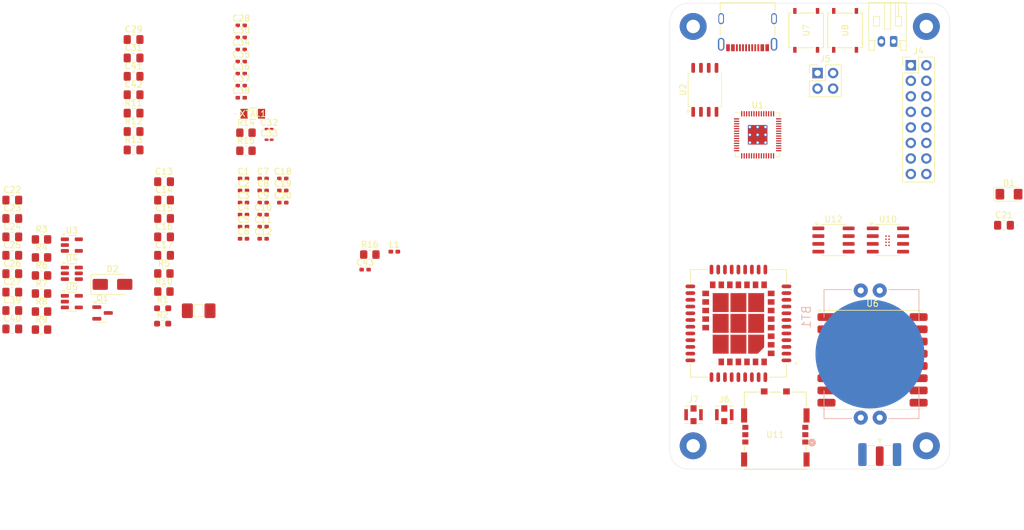
<source format=kicad_pcb>
(kicad_pcb (version 20240108) (generator "pcbnew") (generator_version "8.0")
  (layers (0 "F.Cu" signal) (1 "In1.Cu" signal) (2 "In2.Cu" signal) (31 "B.Cu" signal) (34 "B.Paste" user) (35 "F.Paste" user) (36 "B.SilkS" user "B.Silkscreen") (37 "F.SilkS" user "F.Silkscreen") (38 "B.Mask" user) (39 "F.Mask" user) (44 "Edge.Cuts" user))
  (net 0 "")
  (net 1 "Net-(BT1-+)")
  (net 2 "GND")
  (net 3 "+3.3V")
  (net 4 "+1V1")
  (net 5 "/MCU/XTAL+")
  (net 6 "Net-(C20-Pad1)")
  (net 7 "VBUS")
  (net 8 "+BATT")
  (net 9 "+VSW")
  (net 10 "Net-(U4-CNEG)")
  (net 11 "Net-(U4-CPOS)")
  (net 12 "+5V")
  (net 13 "Net-(U10-X1)")
  (net 14 "Net-(U10-X2)")
  (net 15 "/PERIPHERALS/SIM_RST")
  (net 16 "/PERIPHERALS/SIM_VCC")
  (net 17 "/PERIPHERALS/SIM_CLK")
  (net 18 "/PERIPHERALS/SIM_IO")
  (net 19 "Net-(D1-A)")
  (net 20 "Net-(D1-K)")
  (net 21 "USB+")
  (net 22 "USB-")
  (net 23 "Net-(J2-CC1_B)")
  (net 25 "Net-(J2-CC1_A)")
  (net 27 "/PERIPHERALS/ANT")
  (net 28 "MISO")
  (net 29 "TX1")
  (net 30 "GP8")
  (net 31 "GP6")
  (net 32 "SCL")
  (net 33 "MOSI")
  (net 34 "RX1")
  (net 35 "SPI_CK")
  (net 36 "GP7")
  (net 37 "SPI_CS")
  (net 38 "SDA")
  (net 39 "SWD")
  (net 40 "SWCLK")
  (net 41 "Net-(U1-USB_DP)")
  (net 42 "Net-(U1-USB_DM)")
  (net 43 "/MCU/XTAL-")
  (net 44 "Net-(U5-PROG)")
  (net 45 "Net-(U3-EN)")
  (net 46 "Net-(R10-Pad1)")
  (net 47 "Net-(U12-A1)")
  (net 48 "Net-(U12-A2)")
  (net 50 "/MCU/D3")
  (net 56 "/MCU/D0")
  (net 57 "SIM_DTR")
  (net 61 "/MCU/D2")
  (net 63 "/MCU/D1")
  (net 65 "/MCU/RESET")
  (net 66 "RTC_MFP")
  (net 67 "RFM_RST")
  (net 68 "/MCU/CS")
  (net 69 "RFM_CS")
  (net 71 "/MCU/CLK")
  (net 76 "5V_CTRL")
  (net 85 "Net-(J6-In)")
  (net 86 "GNSS_ANT")
  (net 87 "RF_ANT")
  (net 88 "Net-(L1-Pad1)")
  (net 89 "Net-(U11-RST)")
  (net 90 "Net-(U11-CLK)")
  (net 91 "Net-(U11-I{slash}O)")
  (net 123 "PWRKEY")
  (footprint "Capacitor_SMD:C_0805_2012Metric_Pad1.18x1.45mm_HandSolder" (layer "F.Cu") (at 95.7575 104.08)
    (property "Reference" "C40" (at 0 -1.68 0) (layer "F.SilkS"))
    (property "Value" "100u")
    (pad "1" smd roundrect (at -1.0375 0) (size 1.175 1.45) (layers "F.Cu" "F.Paste" "F.Mask") (roundrect_rratio 0.212766) (net 3 "+3.3V"))
    (pad "2" smd roundrect (at 1.0375 0) (size 1.175 1.45) (layers "F.Cu" "F.Paste" "F.Mask") (roundrect_rratio 0.212766) (net 2 "GND"))
  )
  (footprint "Resistor_SMD:R_0805_2012Metric_Pad1.20x1.40mm_HandSolder" (layer "F.Cu") (at 154.1775 91.92)
    (property "Reference" "R16" (at 0 -1.65 0) (layer "F.SilkS"))
    (property "Value" "22")
    (pad "1" smd roundrect (at -1 0) (size 1.2 1.4) (layers "F.Cu" "F.Paste" "F.Mask") (roundrect_rratio 0.208333) (net 3 "+3.3V"))
    (pad "2" smd roundrect (at 1 0) (size 1.2 1.4) (layers "F.Cu" "F.Paste" "F.Mask") (roundrect_rratio 0.208333) (net 88 "Net-(L1-Pad1)"))
  )
  (footprint "Capacitor_SMD:C_0402_1005Metric_Pad0.74x0.62mm_HandSolder" (layer "F.Cu") (at 133.1675 60.36)
    (property "Reference" "C35" (at 0 -1.16 0) (layer "F.SilkS"))
    (property "Value" "33p")
    (pad "1" smd roundrect (at -0.5675 0) (size 0.735 0.62) (layers "F.Cu" "F.Paste" "F.Mask") (net 17 "/PERIPHERALS/SIM_CLK"))
    (pad "2" smd roundrect (at 0.5675 0) (size 0.735 0.62) (layers "F.Cu" "F.Paste" "F.Mask") (net 2 "GND"))
  )
  (footprint "MountingHole:MountingHole_2.2mm_M2_Pad_TopBottom" (layer "F.Cu") (at 245.11 123.19)
    (property "Reference" "H3" (hide yes))
    (property "Value" "MountingHole_Pad" (hide yes))
    (pad "1" thru_hole circle (at 0 0) (size 2.6 2.6) (drill 2.2) (layers "*.Cu" "*.Mask") (net 2 "GND"))
    (pad "1" connect circle (at 0 0) (size 4.4 4.4) (layers "F.Cu" "F.Mask") (net 2 "GND"))
    (pad "1" connect circle (at 0 0) (size 4.4 4.4) (layers "B.Cu" "B.Mask") (net 2 "GND"))
  )
  (footprint "WiSDOM:XTAL_SC32S-7PF20PPM_EPS" (layer "F.Cu") (at 135.0597 68.8853)
    (property "Reference" "XTAL1" (at 0 0 0) (layer "F.SilkS"))
    (property "Value" "SC32S-7PF20PPM")
    (pad "1" smd rect (at -1.4224 0) (size 1.1684 1.6002) (layers "F.Cu" "F.Paste" "F.Mask") (net 13 "Net-(U10-X1)"))
    (pad "2" smd rect (at 1.4224 0) (size 1.1684 1.6002) (layers "F.Cu" "F.Paste" "F.Mask") (net 14 "Net-(U10-X2)"))
  )
  (footprint "Resistor_SMD:R_0603_1608Metric_Pad0.98x0.95mm_HandSolder" (layer "F.Cu") (at 120.3275 100.7)
    (property "Reference" "R1" (at 0 -1.43 0) (layer "F.SilkS"))
    (property "Value" "27.4")
    (pad "1" smd roundrect (at -0.9125 0) (size 0.975 0.95) (layers "F.Cu" "F.Paste" "F.Mask") (net 41 "Net-(U1-USB_DP)"))
    (pad "2" smd roundrect (at 0.9125 0) (size 0.975 0.95) (layers "F.Cu" "F.Paste" "F.Mask") (net 21 "USB+"))
  )
  (footprint "Capacitor_SMD:C_0402_1005Metric_Pad0.74x0.62mm_HandSolder" (layer "F.Cu") (at 139.9575 79.48)
    (property "Reference" "C18" (at 0 -1.16 0) (layer "F.SilkS"))
    (property "Value" "0.1u")
    (pad "1" smd roundrect (at -0.5675 0) (size 0.735 0.62) (layers "F.Cu" "F.Paste" "F.Mask") (net 3 "+3.3V"))
    (pad "2" smd roundrect (at 0.5675 0) (size 0.735 0.62) (layers "F.Cu" "F.Paste" "F.Mask") (net 2 "GND"))
  )
  (footprint "Resistor_SMD:R_0805_2012Metric_Pad1.20x1.40mm_HandSolder" (layer "F.Cu") (at 133.9375 71.99)
    (property "Reference" "R14" (at 0 -1.65 0) (layer "F.SilkS"))
    (property "Value" "10k DNF")
    (pad "1" smd roundrect (at -1 0) (size 1.2 1.4) (layers "F.Cu" "F.Paste" "F.Mask") (roundrect_rratio 0.208333) (net 3 "+3.3V"))
    (pad "2" smd roundrect (at 1 0) (size 1.2 1.4) (layers "F.Cu" "F.Paste" "F.Mask") (roundrect_rratio 0.208333) (net 47 "Net-(U12-A1)"))
  )
  (footprint "WiSDOM:1042240820_MOL" (layer "F.Cu") (at 220.43 120.722601)
    (property "Reference" "U11" (at 0 0.652399 0) (layer "F.SilkS"))
    (property "Value" "1042240820")
    (pad "11" smd rect (at -1.82 -6.422601) (size 1.0922 0.9906) (layers "F.Cu" "F.Paste" "F.Mask"))
    (pad "12" smd rect (at 1.82 -6.422601) (size 1.0922 0.9906) (layers "F.Cu" "F.Paste" "F.Mask"))
    (pad "G1" smd rect (at -5.1 4.702399) (size 0.9906 2.3114) (layers "F.Cu" "F.Paste" "F.Mask") (net 2 "GND"))
    (pad "G2" smd rect (at -5.1 -2.4976) (size 0.9906 2.3114) (layers "F.Cu" "F.Paste" "F.Mask") (net 2 "GND"))
    (pad "G3" smd rect (at 5.1 -2.4976) (size 0.9906 2.3114) (layers "F.Cu" "F.Paste" "F.Mask") (net 2 "GND"))
    (pad "G4" smd rect (at 5.1 4.702399) (size 0.9906 2.3114) (layers "F.Cu" "F.Paste" "F.Mask") (net 2 "GND"))
    (pad "S1" smd rect (at 4.9 1.852399) (size 0.9906 0.8128) (layers "F.Cu" "F.Paste" "F.Mask") (net 16 "/PERIPHERALS/SIM_VCC"))
    (pad "S2" smd rect (at 4.9 0.652399) (size 0.9906 0.8128) (layers "F.Cu" "F.Paste" "F.Mask") (net 89 "Net-(U11-RST)"))
    (pad "S3" smd rect (at -4.9 1.852399) (size 0.9906 0.8128) (layers "F.Cu" "F.Paste" "F.Mask") (net 90 "Net-(U11-CLK)"))
    (pad "S4" smd rect (at 4.9 -0.547601) (size 0.9906 0.8128) (layers "F.Cu" "F.Paste" "F.Mask") (net 2 "GND"))
    (pad "S5" smd rect (at -4.9 0.652399) (size 0.9906 0.8128) (layers "F.Cu" "F.Paste" "F.Mask"))
    (pad "S6" smd rect (at -4.9 -0.547601) (size 0.9906 0.8128) (layers "F.Cu" "F.Paste" "F.Mask") (net 91 "Net-(U11-I{slash}O)"))
  )
  (footprint "Connector_PinHeader_2.54mm:PinHeader_2x08_P2.54mm_Vertical" (layer "F.Cu") (at 242.57 60.96)
    (property "Reference" "J4" (at 1.27 -2.33 0) (layer "F.SilkS"))
    (property "Value" "Conn_02x08_Odd_Even" (hide yes))
    (pad "1" thru_hole rect (at 0 0) (size 1.7 1.7) (drill 1) (layers "*.Cu" "*.Mask") (net 3 "+3.3V"))
    (pad "2" thru_hole oval (at 2.54 0) (size 1.7 1.7) (drill 1) (layers "*.Cu" "*.Mask") (net 3 "+3.3V"))
    (pad "3" thru_hole oval (at 0 2.54) (size 1.7 1.7) (drill 1) (layers "*.Cu" "*.Mask") (net 29 "TX1"))
    (pad "4" thru_hole oval (at 2.54 2.54) (size 1.7 1.7) (drill 1) (layers "*.Cu" "*.Mask") (net 12 "+5V"))
    (pad "5" thru_hole oval (at 0 5.08) (size 1.7 1.7) (drill 1) (layers "*.Cu" "*.Mask") (net 34 "RX1"))
    (pad "6" thru_hole oval (at 2.54 5.08) (size 1.7 1.7) (drill 1) (layers "*.Cu" "*.Mask") (net 31 "GP6"))
    (pad "7" thru_hole oval (at 0 7.62) (size 1.7 1.7) (drill 1) (layers "*.Cu" "*.Mask") (net 33 "MOSI"))
    (pad "8" thru_hole oval (at 2.54 7.62) (size 1.7 1.7) (drill 1) (layers "*.Cu" "*.Mask") (net 36 "GP7"))
    (pad "9" thru_hole oval (at 0 10.16) (size 1.7 1.7) (drill 1) (layers "*.Cu" "*.Mask") (net 28 "MISO"))
    (pad "10" thru_hole oval (at 2.54 10.16) (size 1.7 1.7) (drill 1) (layers "*.Cu" "*.Mask") (net 30 "GP8"))
    (pad "11" thru_hole oval (at 0 12.7) (size 1.7 1.7) (drill 1) (layers "*.Cu" "*.Mask") (net 35 "SPI_CK"))
    (pad "12" thru_hole oval (at 2.54 12.7) (size 1.7 1.7) (drill 1) (layers "*.Cu" "*.Mask") (net 38 "SDA"))
    (pad "13" thru_hole oval (at 0 15.24) (size 1.7 1.7) (drill 1) (layers "*.Cu" "*.Mask") (net 37 "SPI_CS"))
    (pad "14" thru_hole oval (at 2.54 15.24) (size 1.7 1.7) (drill 1) (layers "*.Cu" "*.Mask") (net 32 "SCL"))
    (pad "15" thru_hole oval (at 0 17.78) (size 1.7 1.7) (drill 1) (layers "*.Cu" "*.Mask") (net 2 "GND"))
    (pad "16" thru_hole oval (at 2.54 17.78) (size 1.7 1.7) (drill 1) (layers "*.Cu" "*.Mask") (net 2 "GND"))
  )
  (footprint "Connector_PinHeader_2.54mm:PinHeader_2x02_P2.54mm_Vertical" (layer "F.Cu") (at 227.33 62.23)
    (property "Reference" "J5" (at 1.27 -2.33 0) (layer "F.SilkS"))
    (property "Value" "Conn_02x02_Odd_Even" (hide yes))
    (pad "1" thru_hole rect (at 0 0) (size 1.7 1.7) (drill 1) (layers "*.Cu" "*.Mask") (net 40 "SWCLK"))
    (pad "2" thru_hole oval (at 2.54 0) (size 1.7 1.7) (drill 1) (layers "*.Cu" "*.Mask") (net 3 "+3.3V"))
    (pad "3" thru_hole oval (at 0 2.54) (size 1.7 1.7) (drill 1) (layers "*.Cu" "*.Mask") (net 39 "SWD"))
    (pad "4" thru_hole oval (at 2.54 2.54) (size 1.7 1.7) (drill 1) (layers "*.Cu" "*.Mask") (net 2 "GND"))
  )
  (footprint "RF_Module:HOPERF_RFM9XW_SMD" (layer "F.Cu") (at 236.315 109.14)
    (property "Reference" "U6" (at 0 -9.2 360) (layer "F.SilkS"))
    (property "Value" "RFM69HCW")
    (pad "1" smd roundrect (at -7.525 -7) (size 2.95 1.27) (layers "F.Cu" "F.Paste" "F.Mask") (net 2 "GND"))
    (pad "2" smd roundrect (at -7.525 -5) (size 2.95 1.27) (layers "F.Cu" "F.Paste" "F.Mask") (net 28 "MISO"))
    (pad "3" smd roundrect (at -7.525 -3) (size 2.95 1.27) (layers "F.Cu" "F.Paste" "F.Mask") (net 33 "MOSI"))
    (pad "4" smd roundrect (at -7.525 -1) (size 2.95 1.27) (layers "F.Cu" "F.Paste" "F.Mask") (net 35 "SPI_CK"))
    (pad "5" smd roundrect (at -7.525 1) (size 2.95 1.27) (layers "F.Cu" "F.Paste" "F.Mask") (net 69 "RFM_CS"))
    (pad "6" smd roundrect (at -7.525 3) (size 2.95 1.27) (layers "F.Cu" "F.Paste" "F.Mask") (net 67 "RFM_RST"))
    (pad "7" smd roundrect (at -7.525 5) (size 2.95 1.27) (layers "F.Cu" "F.Paste" "F.Mask"))
    (pad "8" smd roundrect (at -7.525 7) (size 2.95 1.27) (layers "F.Cu" "F.Paste" "F.Mask") (net 2 "GND"))
    (pad "9" smd roundrect (at 7.525 7) (size 2.95 1.27) (layers "F.Cu" "F.Paste" "F.Mask") (net 27 "/PERIPHERALS/ANT"))
    (pad "10" smd roundrect (at 7.525 5) (size 2.95 1.27) (layers "F.Cu" "F.Paste" "F.Mask") (net 2 "GND"))
    (pad "11" smd roundrect (at 7.525 3) (size 2.95 1.27) (layers "F.Cu" "F.Paste" "F.Mask"))
    (pad "12" smd roundrect (at 7.525 1) (size 2.95 1.27) (layers "F.Cu" "F.Paste" "F.Mask"))
    (pad "13" smd roundrect (at 7.525 -1) (size 2.95 1.27) (layers "F.Cu" "F.Paste" "F.Mask") (net 3 "+3.3V"))
    (pad "14" smd roundrect (at 7.525 -3) (size 2.95 1.27) (layers "F.Cu" "F.Paste" "F.Mask"))
    (pad "15" smd roundrect (at 7.525 -5) (size 2.95 1.27) (layers "F.Cu" "F.Paste" "F.Mask"))
    (pad "16" smd roundrect (at 7.525 -7) (size 2.95 1.27) (layers "F.Cu" "F.Paste" "F.Mask"))
  )
  (footprint "Resistor_SMD:R_0805_2012Metric_Pad1.20x1.40mm_HandSolder" (layer "F.Cu") (at 100.5375 101.24)
    (property "Reference" "R8" (at 0 -1.65 0) (layer "F.SilkS"))
    (property "Value" "10k")
    (pad "1" smd roundrect (at -1 0) (size 1.2 1.4) (layers "F.Cu" "F.Paste" "F.Mask") (roundrect_rratio 0.208333) (net 7 "VBUS"))
    (pad "2" smd roundrect (at 1 0) (size 1.2 1.4) (layers "F.Cu" "F.Paste" "F.Mask") (roundrect_rratio 0.208333) (net 2 "GND"))
  )
  (footprint "Package_SO:SOIC-8_3.9x4.9mm_P1.27mm" (layer "F.Cu") (at 229.935 89.535)
    (property "Reference" "U12" (at 0 -3.4 0) (layer "F.SilkS"))
    (property "Value" "CAT24M01W")
    (pad "1" smd roundrect (at -2.475 -1.905) (size 1.95 0.6) (layers "F.Cu" "F.Paste" "F.Mask"))
    (pad "2" smd roundrect (at -2.475 -0.635) (size 1.95 0.6) (layers "F.Cu" "F.Paste" "F.Mask") (net 47 "Net-(U12-A1)"))
    (pad "3" smd roundrect (at -2.475 0.635) (size 1.95 0.6) (layers "F.Cu" "F.Paste" "F.Mask") (net 48 "Net-(U12-A2)"))
    (pad "4" smd roundrect (at -2.475 1.905) (size 1.95 0.6) (layers "F.Cu" "F.Paste" "F.Mask") (net 2 "GND"))
    (pad "5" smd roundrect (at 2.475 1.905) (size 1.95 0.6) (layers "F.Cu" "F.Paste" "F.Mask") (net 38 "SDA"))
    (pad "6" smd roundrect (at 2.475 0.635) (size 1.95 0.6) (layers "F.Cu" "F.Paste" "F.Mask") (net 32 "SCL"))
    (pad "7" smd roundrect (at 2.475 -0.635) (size 1.95 0.6) (layers "F.Cu" "F.Paste" "F.Mask"))
    (pad "8" smd roundrect (at 2.475 -1.905) (size 1.95 0.6) (layers "F.Cu" "F.Paste" "F.Mask") (net 3 "+3.3V"))
  )
  (footprint "Capacitor_SMD:C_0805_2012Metric_Pad1.18x1.45mm_HandSolder" (layer "F.Cu") (at 120.5575 86.02)
    (property "Reference" "C15" (at 0 -1.68 0) (layer "F.SilkS"))
    (property "Value" "10u")
    (pad "1" smd roundrect (at -1.0375 0) (size 1.175 1.45) (layers "F.Cu" "F.Paste" "F.Mask") (roundrect_rratio 0.212766) (net 4 "+1V1"))
    (pad "2" smd roundrect (at 1.0375 0) (size 1.175 1.45) (layers "F.Cu" "F.Paste" "F.Mask") (roundrect_rratio 0.212766) (net 2 "GND"))
  )
  (footprint "Capacitor_SMD:C_0402_1005Metric_Pad0.74x0.62mm_HandSolder" (layer "F.Cu") (at 136.7475 79.48)
    (property "Reference" "C7" (at 0 -1.16 0) (layer "F.SilkS"))
    (property "Value" "0.1u")
    (pad "1" smd roundrect (at -0.5675 0) (size 0.735 0.62) (layers "F.Cu" "F.Paste" "F.Mask") (net 3 "+3.3V"))
    (pad "2" smd roundrect (at 0.5675 0) (size 0.735 0.62) (layers "F.Cu" "F.Paste" "F.Mask") (net 2 "GND"))
  )
  (footprint "Capacitor_SMD:C_0402_1005Metric_Pad0.74x0.62mm_HandSolder" (layer "F.Cu") (at 133.1675 62.33)
    (property "Reference" "C36" (at 0 -1.16 0) (layer "F.SilkS"))
    (property "Value" "33p")
    (pad "1" smd roundrect (at -0.5675 0) (size 0.735 0.62) (layers "F.Cu" "F.Paste" "F.Mask") (net 18 "/PERIPHERALS/SIM_IO"))
    (pad "2" smd roundrect (at 0.5675 0) (size 0.735 0.62) (layers "F.Cu" "F.Paste" "F.Mask") (net 2 "GND"))
  )
  (footprint "Capacitor_SMD:C_0402_1005Metric_Pad0.74x0.62mm_HandSolder" (layer "F.Cu") (at 133.5375 85.39)
    (property "Reference" "C4" (at 0 -1.16 0) (layer "F.SilkS"))
    (property "Value" "0.1u")
    (pad "1" smd roundrect (at -0.5675 0) (size 0.735 0.62) (layers "F.Cu" "F.Paste" "F.Mask") (net 3 "+3.3V"))
    (pad "2" smd roundrect (at 0.5675 0) (size 0.735 0.62) (layers "F.Cu" "F.Paste" "F.Mask") (net 2 "GND"))
  )
  (footprint "Capacitor_SMD:C_0805_2012Metric_Pad1.18x1.45mm_HandSolder" (layer "F.Cu") (at 115.5775 62.77)
    (property "Reference" "C41" (at 0 -1.68 0) (layer "F.SilkS"))
    (property "Value" "1u")
    (pad "1" smd roundrect (at -1.0375 0) (size 1.175 1.45) (layers "F.Cu" "F.Paste" "F.Mask") (roundrect_rratio 0.212766) (net 3 "+3.3V"))
    (pad "2" smd roundrect (at 1.0375 0) (size 1.175 1.45) (layers "F.Cu" "F.Paste" "F.Mask") (roundrect_rratio 0.212766) (net 2 "GND"))
  )
  (footprint "Capacitor_SMD:C_0402_1005Metric_Pad0.74x0.62mm_HandSolder" (layer "F.Cu") (at 133.5375 87.36)
    (property "Reference" "C5" (at 0 -1.16 0) (layer "F.SilkS"))
    (property "Value" "0.1u")
    (pad "1" smd roundrect (at -0.5675 0) (size 0.735 0.62) (layers "F.Cu" "F.Paste" "F.Mask") (net 3 "+3.3V"))
    (pad "2" smd roundrect (at 0.5675 0) (size 0.735 0.62) (layers "F.Cu" "F.Paste" "F.Mask") (net 2 "GND"))
  )
  (footprint "Capacitor_SMD:C_0402_1005Metric_Pad0.74x0.62mm_HandSolder" (layer "F.Cu") (at 136.7475 81.45)
    (property "Reference" "C8" (at 0 -1.16 0) (layer "F.SilkS"))
    (property "Value" "0.1u")
    (pad "1" smd roundrect (at -0.5675 0) (size 0.735 0.62) (layers "F.Cu" "F.Paste" "F.Mask") (net 3 "+3.3V"))
    (pad "2" smd roundrect (at 0.5675 0) (size 0.735 0.62) (layers "F.Cu" "F.Paste" "F.Mask") (net 2 "GND"))
  )
  (footprint "Capacitor_SMD:C_0805_2012Metric_Pad1.18x1.45mm_HandSolder" (layer "F.Cu") (at 115.5775 74.81)
    (property "Reference" "R13" (at 0 -1.68 0) (layer "F.SilkS"))
    (property "Value" "22")
    (pad "1" smd roundrect (at -1.0375 0) (size 1.175 1.45) (layers "F.Cu" "F.Paste" "F.Mask") (roundrect_rratio 0.212766) (net 18 "/PERIPHERALS/SIM_IO"))
    (pad "2" smd roundrect (at 1.0375 0) (size 1.175 1.45) (layers "F.Cu" "F.Paste" "F.Mask") (roundrect_rratio 0.212766) (net 91 "Net-(U11-I{slash}O)"))
  )
  (footprint "Capacitor_SMD:C_0402_1005Metric_Pad0.74x0.62mm_HandSolder" (layer "F.Cu") (at 133.5375 89.33)
    (property "Reference" "C6" (at 0 -1.16 0) (layer "F.SilkS"))
    (property "Value" "0.1u")
    (pad "1" smd roundrect (at -0.5675 0) (size 0.735 0.62) (layers "F.Cu" "F.Paste" "F.Mask") (net 3 "+3.3V"))
    (pad "2" smd roundrect (at 0.5675 0) (size 0.735 0.62) (layers "F.Cu" "F.Paste" "F.Mask") (net 2 "GND"))
  )
  (footprint "usbc:AMPHENOL_12402012E212A" (layer "F.Cu") (at 215.9 53.34 180)
    (property "Reference" "J2" (hide yes))
    (property "Value" "12402012E212A" (hide yes))
    (pad "" np_thru_hole circle (at -2.89 -3.68 180) (size 0.65 0.65) (drill 0.65) (layers "*.Cu" "*.Mask"))
    (pad "" np_thru_hole circle (at 2.89 -3.68 180) (size 0.65 0.65) (drill 0.65) (layers "*.Cu" "*.Mask"))
    (pad "A1_B12" smd rect (at -3.2 -4.75 180) (size 0.6 1.14) (layers "F.Cu" "F.Paste" "F.Mask") (net 2 "GND"))
    (pad "A4_B9" smd rect (at -2.4 -4.75 180) (size 0.6 1.14) (layers "F.Cu" "F.Paste" "F.Mask") (net 7 "VBUS"))
    (pad "A5" smd rect (at -1.25 -4.75 180) (size 0.3 1.14) (layers "F.Cu" "F.Paste" "F.Mask") (net 25 "Net-(J2-CC1_A)"))
    (pad "A6" smd rect (at -0.25 -4.75 180) (size 0.3 1.14) (layers "F.Cu" "F.Paste" "F.Mask") (net 21 "USB+"))
    (pad "A7" smd rect (at 0.25 -4.75 180) (size 0.3 1.14) (layers "F.Cu" "F.Paste" "F.Mask") (net 22 "USB-"))
    (pad "A8" smd rect (at 1.25 -4.75 180) (size 0.3 1.14) (layers "F.Cu" "F.Paste" "F.Mask"))
    (pad "B1_A12" smd rect (at 3.2 -4.75 180) (size 0.6 1.14) (layers "F.Cu" "F.Paste" "F.Mask") (net 2 "GND"))
    (pad "B4_A9" smd rect (at 2.4 -4.75 180) (size 0.6 1.14) (layers "F.Cu" "F.Paste" "F.Mask") (net 7 "VBUS"))
    (pad "B5" smd rect (at 1.75 -4.75 180) (size 0.3 1.14) (layers "F.Cu" "F.Paste" "F.Mask") (net 23 "Net-(J2-CC1_B)"))
    (pad "B6" smd rect (at 0.75 -4.75 180) (size 0.3 1.14) (layers "F.Cu" "F.Paste" "F.Mask") (net 21 "USB+"))
    (pad "B7" smd rect (at -0.75 -4.75 180) (size 0.3 1.14) (layers "F.Cu" "F.Paste" "F.Mask") (net 22 "USB-"))
    (pad "B8" smd rect (at -1.75 -4.75 180) (size 0.3 1.14) (layers "F.Cu" "F.Paste" "F.Mask"))
    (pad "SH1" thru_hole oval (at -4.32 -4.18 180) (size 1.05 2.1) (drill oval 0.6 1.7) (layers "*.Cu" "*.Mask") (net 2 "GND"))
    (pad "SH2" thru_hole oval (at 4.32 -4.18 180) (size 1.05 2.1) (drill oval 0.6 1.7) (layers "*.Cu" "*.Mask") (net 2 "GND"))
    (pad "SH3" thru_hole oval (at -4.32 0 180) (size 0.9 1.8) (drill oval 0.6 1.4) (layers "*.Cu" "*.Mask") (net 2 "GND"))
    (pad "SH4" thru_hole oval (at 4.32 0 180) (size 0.9 1.8) (drill oval 0.6 1.4) (layers "*.Cu" "*.Mask") (net 2 "GND"))
  )
  (footprint "Capacitor_SMD:C_0402_1005Metric_Pad0.74x0.62mm_HandSolder" (layer "F.Cu") (at 133.1675 56.42)
    (property "Reference" "C30" (at 0 -1.16 0) (layer "F.SilkS"))
    (property "Value" "0.1u")
    (pad "1" smd roundrect (at -0.5675 0) (size 0.735 0.62) (layers "F.Cu" "F.Paste" "F.Mask") (net 3 "+3.3V"))
    (pad "2" smd roundrect (at 0.5675 0) (size 0.735 0.62) (layers "F.Cu" "F.Paste" "F.Mask") (net 2 "GND"))
  )
  (footprint "RP2040_minimal_r2:RP2040-QFN-56" (layer "F.Cu") (at 217.5425 72.33)
    (property "Reference" "U1" (at 0 -4.82 0) (layer "F.SilkS"))
    (property "Value" "RP2040")
    (pad "1" smd roundrect (at -3.4375 -2.6) (size 0.875 0.2) (layers "F.Cu" "F.Paste" "F.Mask") (net 3 "+3.3V"))
    (pad "2" smd roundrect (at -3.4375 -2.2) (size 0.875 0.2) (layers "F.Cu" "F.Paste" "F.Mask") (net 29 "TX1"))
    (pad "3" smd roundrect (at -3.4375 -1.8) (size 0.875 0.2) (layers "F.Cu" "F.Paste" "F.Mask") (net 34 "RX1"))
    (pad "4" smd roundrect (at -3.4375 -1.4) (size 0.875 0.2) (layers "F.Cu" "F.Paste" "F.Mask"))
    (pad "5" smd roundrect (at -3.4375 -1) (size 0.875 0.2) (layers "F.Cu" "F.Paste" "F.Mask") (net 66 "RTC_MFP"))
    (pad "6" smd roundrect (at -3.4375 -0.6) (size 0.875 0.2) (layers "F.Cu" "F.Paste" "F.Mask") (net 38 "SDA"))
    (pad "7" smd roundrect (at -3.4375 -0.2) (size 0.875 0.2) (layers "F.Cu" "F.Paste" "F.Mask") (net 32 "SCL"))
    (pad "8" smd roundrect (at -3.4375 0.2) (size 0.875 0.2) (layers "F.Cu" "F.Paste" "F.Mask") (net 31 "GP6"))
    (pad "9" smd roundrect (at -3.4375 0.6) (size 0.875 0.2) (layers "F.Cu" "F.Paste" "F.Mask") (net 36 "GP7"))
    (pad "10" smd roundrect (at -3.4375 1) (size 0.875 0.2) (layers "F.Cu" "F.Paste" "F.Mask") (net 3 "+3.3V"))
    (pad "11" smd roundrect (at -3.4375 1.4) (size 0.875 0.2) (layers "F.Cu" "F.Paste" "F.Mask") (net 30 "GP8"))
    (pad "12" smd roundrect (at -3.4375 1.8) (size 0.875 0.2) (layers "F.Cu" "F.Paste" "F.Mask"))
    (pad "13" smd roundrect (at -3.4375 2.2) (size 0.875 0.2) (layers "F.Cu" "F.Paste" "F.Mask"))
    (pad "14" smd roundrect (at -3.4375 2.6) (size 0.875 0.2) (layers "F.Cu" "F.Paste" "F.Mask"))
    (pad "15" smd roundrect (at -2.6 3.4375) (size 0.2 0.875) (layers "F.Cu" "F.Paste" "F.Mask"))
    (pad "16" smd roundrect (at -2.2 3.4375) (size 0.2 0.875) (layers "F.Cu" "F.Paste" "F.Mask"))
    (pad "17" smd roundrect (at -1.8 3.4375) (size 0.2 0.875) (layers "F.Cu" "F.Paste" "F.Mask"))
    (pad "18" smd roundrect (at -1.4 3.4375) (size 0.2 0.875) (layers "F.Cu" "F.Paste" "F.Mask") (net 57 "SIM_DTR"))
    (pad "19" smd roundrect (at -1 3.4375) (size 0.2 0.875) (layers "F.Cu" "F.Paste" "F.Mask") (net 2 "GND"))
    (pad "20" smd roundrect (at -0.6 3.4375) (size 0.2 0.875) (layers "F.Cu" "F.Paste" "F.Mask") (net 5 "/MCU/XTAL+"))
    (pad "21" smd roundrect (at -0.2 3.4375) (size 0.2 0.875) (layers "F.Cu" "F.Paste" "F.Mask") (net 43 "/MCU/XTAL-"))
    (pad "22" smd roundrect (at 0.2 3.4375) (size 0.2 0.875) (layers "F.Cu" "F.Paste" "F.Mask") (net 3 "+3.3V"))
    (pad "23" smd roundrect (at 0.6 3.4375) (size 0.2 0.875) (layers "F.Cu" "F.Paste" "F.Mask") (net 4 "+1V1"))
    (pad "24" smd roundrect (at 1 3.4375) (size 0.2 0.875) (layers "F.Cu" "F.Paste" "F.Mask") (net 40 "SWCLK"))
    (pad "25" smd roundrect (at 1.4 3.4375) (size 0.2 0.875) (layers "F.Cu" "F.Paste" "F.Mask") (net 39 "SWD"))
    (pad "26" smd roundrect (at 1.8 3.4375) (size 0.2 0.875) (layers "F.Cu" "F.Paste" "F.Mask") (net 65 "/MCU/RESET"))
    (pad "27" smd roundrect (at 2.2 3.4375) (size 0.2 0.875) (layers "F.Cu" "F.Paste" "F.Mask") (net 28 "MISO"))
    (pad "28" smd roundrect (at 2.6 3.4375) (size 0.2 0.875) (layers "F.Cu" "F.Paste" "F.Mask") (net 69 "RFM_CS"))
    (pad "29" smd roundrect (at 3.4375 2.6) (size 0.875 0.2) (layers "F.Cu" "F.Paste" "F.Mask") (net 35 "SPI_CK"))
    (pad "30" smd roundrect (at 3.4375 2.2) (size 0.875 0.2) (layers "F.Cu" "F.Paste" "F.Mask") (net 33 "MOSI"))
    (pad "31" smd roundrect (at 3.4375 1.8) (size 0.875 0.2) (layers "F.Cu" "F.Paste" "F.Mask") (net 67 "RFM_RST"))
    (pad "32" smd roundrect (at 3.4375 1.4) (size 0.875 0.2) (layers "F.Cu" "F.Paste" "F.Mask") (net 37 "SPI_CS"))
    (pad "33" smd roundrect (at 3.4375 1) (size 0.875 0.2) (layers "F.Cu" "F.Paste" "F.Mask") (net 3 "+3.3V"))
    (pad "34" smd roundrect (at 3.4375 0.6) (size 0.875 0.2) (layers "F.Cu" "F.Paste" "F.Mask"))
    (pad "35" smd roundrect (at 3.4375 0.2) (size 0.875 0.2) (layers "F.Cu" "F.Paste" "F.Mask"))
    (pad "36" smd roundrect (at 3.4375 -0.2) (size 0.875 0.2) (layers "F.Cu" "F.Paste" "F.Mask"))
    (pad "37" smd roundrect (at 3.4375 -0.6) (size 0.875 0.2) (layers "F.Cu" "F.Paste" "F.Mask"))
    (pad "38" smd roundrect (at 3.4375 -1) (size 0.875 0.2) (layers "F.Cu" "F.Paste" "F.Mask"))
    (pad "39" smd roundrect (at 3.4375 -1.4) (size 0.875 0.2) (layers "F.Cu" "F.Paste" "F.Mask"))
    (pad "40" smd roundrect (at 3.4375 -1.8) (size 0.875 0.2) (layers "F.Cu" "F.Paste" "F.Mask"))
    (pad "41" smd roundrect (at 3.4375 -2.2) (size 0.875 0.2) (layers "F.Cu" "F.Paste" "F.Mask"))
    (pad "42" smd roundrect (at 3.4375 -2.6) (size 0.875 0.2) (layers "F.Cu" "F.Paste" "F.Mask") (net 3 "+3.3V"))
    (pad "43" smd roundrect (at 2.6 -3.4375) (size 0.2 0.875) (layers "F.Cu" "F.Paste" "F.Mask") (net 3 "+3.3V"))
    (pad "44" smd roundrect (at 2.2 -3.4375) (size 0.2 0.875) (layers "F.Cu" "F.Paste" "F.Mask") (net 3 "+3.3V"))
    (pad "45" smd roundrect (at 1.8 -3.4375) (size 0.2 0.875) (layers "F.Cu" "F.Paste" "F.Mask") (net 4 "+1V1"))
    (pad "46" smd roundrect (at 1.4 -3.4375) (size 0.2 0.875) (layers "F.Cu" "F.Paste" "F.Mask") (net 42 "Net-(U1-USB_DM)"))
    (pad "47" smd roundrect (at 1 -3.4375) (size 0.2 0.875) (layers "F.Cu" "F.Paste" "F.Mask") (net 41 "Net-(U1-USB_DP)"))
    (pad "48" smd roundrect (at 0.6 -3.4375) (size 0.2 0.875) (layers "F.Cu" "F.Paste" "F.Mask") (net 3 "+3.3V"))
    (pad "49" smd roundrect (at 0.2 -3.4375) (size 0.2 0.875) (layers "F.Cu" "F.Paste" "F.Mask") (net 3 "+3.3V"))
    (pad "50" smd roundrect (at -0.2 -3.4375) (size 0.2 0.875) (layers "F.Cu" "F.Paste" "F.Mask") (net 4 "+1V1"))
    (pad "51" smd roundrect (at -0.6 -3.4375) (size 0.2 0.875) (layers "F.Cu" "F.Paste" "F.Mask") (net 50 "/MCU/D3"))
    (pad "52" smd roundrect (at -1 -3.4375) (size 0.2 0.875) (layers "F.Cu" "F.Paste" "F.Mask") (net 71 "/MCU/CLK"))
    (pad "53" smd roundrect (at -1.4 -3.4375) (size 0.2 0.875) (layers "F.Cu" "F.Paste" "F.Mask") (net 56 "/MCU/D0"))
    (pad "54" smd roundrect (at -1.8 -3.4375) (size 0.2 0.875) (layers "F.Cu" "F.Paste" "F.Mask") (net 61 "/MCU/D2"))
    (pad "55" smd roundrect (at -2.2 -3.4375) (size 0.2 0.875) (layers "F.Cu" "F.Paste" "F.Mask") (net 63 "/MCU/D1"))
    (pad "56" smd roundrect (at -2.6 -3.4375) (size 0.2 0.875) (layers "F.Cu" "F.Paste" "F.Mask") (net 68 "/MCU/CS"))
    (pad "57" thru_hole circle (at -1.275 -1.275) (size 0.6 0.6) (drill 0.35) (layers "*.Cu") (net 2 "GND"))
    (pad "57" thru_hole circle (at -1.275 0) (size 0.6 0.6) (drill 0.35) (layers "*.Cu") (net 2 "GND"))
    (pad "57" thru_hole circle (at -1.275 1.275) (size 0.6 0.6) (drill 0.35) (layers "*.Cu") (net 2 "GND"))
    (pad "57" thru_hole circle (at 0 -1.275) (size 0.6 0.6) (drill 0.35) (layers "*.Cu") (net 2 "GND"))
    (pad "57" thru_hole circle (at 0 0) (size 0.6 0.6) (drill 0.35) (layers "*.Cu") (net 2 "GND"))
    (pad "57" smd roundrect (at 0 0) (size 3.2 3.2) (layers "F.Cu" "F.Mask") (roundrect_rratio 0.045) (net 2 "GND"))
    (pad "57" thru_hole circle (at 0 1.275) (size 0.6 0.6) (drill 0.35) (layers "*.Cu") (net 2 "GND"))
    (pad "57" thru_hole circle (at 1.275 -1.275) (size 0.6 0.6) (drill 0.35) (layers "*.Cu") (net 2 "GND"))
    (pad "57" thru_hole circle (at 1.275 0) (size 0.6 0.6) (drill 0.35) (layers "*.Cu") (net 2 "GND"))
    (pad "57" thru_hole circle (at 1.275 1.275) (size 0.6 0.6) (drill 0.35) (layers "*.Cu") (net 2 "GND"))
  )
  (footprint "Capacitor_SMD:C_0402_1005Metric_Pad0.74x0.62mm_HandSolder" (layer "F.Cu") (at 136.7475 89.33)
    (property "Reference" "C12" (at 0 -1.16 0) (layer "F.SilkS"))
    (property "Value" "0.1u")
    (pad "1" smd roundrect (at -0.5675 0) (size 0.735 0.62) (layers "F.Cu" "F.Paste" "F.Mask") (net 4 "+1V1"))
    (pad "2" smd roundrect (at 0.5675 0) (size 0.735 0.62) (layers "F.Cu" "F.Paste" "F.Mask") (net 2 "GND"))
  )
  (footprint "pts526:SMT_FS" (layer "F.Cu") (at 231.8258 55.25135 90)
    (property "Reference" "U8" (at 0 0 90) (layer "F.SilkS"))
    (property "Value" "PTS526 SK15 SMTR2 LFS" (hide yes))
    (pad "1" smd rect (at -3.18135 -1.8542 90) (size 0.9525 0.5588) (layers "F.Cu" "F.Paste" "F.Mask") (net 68 "/MCU/CS"))
    (pad "2" smd rect (at 3.18135 -1.8542 90) (size 0.9525 0.5588) (layers "F.Cu" "F.Paste" "F.Mask") (net 68 "/MCU/CS"))
    (pad "3" smd rect (at -3.18135 1.8542 90) (size 0.9525 0.5588) (layers "F.Cu" "F.Paste" "F.Mask") (net 46 "Net-(R10-Pad1)"))
    (pad "4" smd rect (at 3.18135 1.8542 90) (size 0.9525 0.5588) (layers "F.Cu" "F.Paste" "F.Mask") (net 46 "Net-(R10-Pad1)"))
  )
  (footprint "Connector_JST:JST_PH_S2B-PH-K_1x02_P2.00mm_Horizontal" (layer "F.Cu") (at 239.76 57.06 180)
    (property "Reference" "J1" (hide yes))
    (property "Value" "Conn_01x02_Pin" (hide yes))
    (pad "1" thru_hole roundrect (at 0 0 180) (size 1.2 1.75) (drill 0.75) (layers "*.Cu" "*.Mask") (roundrect_rratio 0.208333) (net 2 "GND"))
    (pad "2" thru_hole oval (at 2 0 180) (size 1.2 1.75) (drill 0.75) (layers "*.Cu" "*.Mask") (net 8 "+BATT"))
  )
  (footprint "Capacitor_SMD:C_0805_2012Metric_Pad1.18x1.45mm_HandSolder" (layer "F.Cu") (at 257.7885 87.122)
    (property "Reference" "C21" (at 0 -1.68 0) (layer "F.SilkS"))
    (property "Value" "4.7u")
    (pad "1" smd roundrect (at -1.0375 0) (size 1.175 1.45) (layers "F.Cu" "F.Paste" "F.Mask") (roundrect_rratio 0.212766) (net 7 "VBUS"))
    (pad "2" smd roundrect (at 1.0375 0) (size 1.175 1.45) (layers "F.Cu" "F.Paste" "F.Mask") (roundrect_rratio 0.212766) (net 2 "GND"))
  )
  (footprint "Capacitor_SMD:C_0805_2012Metric_Pad1.18x1.45mm_HandSolder" (layer "F.Cu") (at 120.5575 83.01)
    (property "Reference" "C14" (at 0 -1.68 0) (layer "F.SilkS"))
    (property "Value" "1u")
    (pad "1" smd roundrect (at -1.0375 0) (size 1.175 1.45) (layers "F.Cu" "F.Paste" "F.Mask") (roundrect_rratio 0.212766) (net 3 "+3.3V"))
    (pad "2" smd roundrect (at 1.0375 0) (size 1.175 1.45) (layers "F.Cu" "F.Paste" "F.Mask") (roundrect_rratio 0.212766) (net 2 "GND"))
  )
  (footprint "Resistor_SMD:R_0805_2012Metric_Pad1.20x1.40mm_HandSolder" (layer "F.Cu") (at 100.5375 92.39)
    (property "Reference" "R4" (at 0 -1.65 0) (layer "F.SilkS"))
    (property "Value" "5.1k")
    (pad "1" smd roundrect (at -1 0) (size 1.2 1.4) (layers "F.Cu" "F.Paste" "F.Mask") (roundrect_rratio 0.208333) (net 25 "Net-(J2-CC1_A)"))
    (pad "2" smd roundrect (at 1 0) (size 1.2 1.4) (layers "F.Cu" "F.Paste" "F.Mask") (roundrect_rratio 0.208333) (net 2 "GND"))
  )
  (footprint "Capacitor_SMD:C_0805_2012Metric_Pad1.18x1.45mm_HandSolder" (layer "F.Cu") (at 95.7575 95.05)
    (property "Reference" "C26" (at 0 -1.68 0) (layer "F.SilkS"))
    (property "Value" "1u")
    (pad "1" smd roundrect (at -1.0375 0) (size 1.175 1.45) (layers "F.Cu" "F.Paste" "F.Mask") (roundrect_rratio 0.212766) (net 9 "+VSW"))
    (pad "2" smd roundrect (at 1.0375 0) (size 1.175 1.45) (layers "F.Cu" "F.Paste" "F.Mask") (roundrect_rratio 0.212766) (net 2 "GND"))
  )
  (footprint "Package_SO:SOIC-8_3.9x4.9mm_P1.27mm" (layer "F.Cu") (at 238.825 89.535)
    (property "Reference" "U10" (at 0 -3.4 0) (layer "F.SilkS"))
    (property "Value" "MCP7940N-xP")
    (pad "1" smd roundrect (at -2.475 -1.905) (size 1.95 0.6) (layers "F.Cu" "F.Paste" "F.Mask") (net 13 "Net-(U10-X1)"))
    (pad "2" smd roundrect (at -2.475 -0.635) (size 1.95 0.6) (layers "F.Cu" "F.Paste" "F.Mask") (net 14 "Net-(U10-X2)"))
    (pad "3" smd roundrect (at -2.475 0.635) (size 1.95 0.6) (layers "F.Cu" "F.Paste" "F.Mask") (net 1 "Net-(BT1-+)"))
    (pad "4" smd roundrect (at -2.475 1.905) (size 1.95 0.6) (layers "F.Cu" "F.Paste" "F.Mask") (net 2 "GND"))
    (pad "5" smd roundrect (at 2.475 1.905) (size 1.95 0.6) (layers "F.Cu" "F.Paste" "F.Mask") (net 38 "SDA"))
    (pad "6" smd roundrect (at 2.475 0.635) (size 1.95 0.6) (layers "F.Cu" "F.Paste" "F.Mask") (net 32 "SCL"))
    (pad "7" smd roundrect (at 2.475 -0.635) (size 1.95 0.6) (layers "F.Cu" "F.Paste" "F.Mask") (net 66 "RTC_MFP"))
    (pad "8" smd roundrect (at 2.475 -1.905) (size 1.95 0.6) (layers "F.Cu" "F.Paste" "F.Mask") (net 3 "+3.3V"))
  )
  (footprint "Resistor_SMD:R_0805_2012Metric_Pad1.20x1.40mm_HandSolder" (layer "F.Cu") (at 120.5275 97.97)
    (property "Reference" "R10" (at 0 -1.65 0) (layer "F.SilkS"))
    (property "Value" "R")
    (pad "1" smd roundrect (at -1 0) (size 1.2 1.4) (layers "F.Cu" "F.Paste" "F.Mask") (roundrect_rratio 0.208333) (net 46 "Net-(R10-Pad1)"))
    (pad "2" smd roundrect (at 1 0) (size 1.2 1.4) (layers "F.Cu" "F.Paste" "F.Mask") (roundrect_rratio 0.208333) (net 2 "GND"))
  )
  (footprint "Resistor_SMD:R_0805_2012Metric_Pad1.20x1.40mm_HandSolder" (layer "F.Cu") (at 100.5375 98.29)
    (property "Reference" "R7" (at 0 -1.65 0) (layer "F.SilkS"))
    (property "Value" "R")
    (pad "1" smd roundrect (at -1 0) (size 1.2 1.4) (layers "F.Cu" "F.Paste" "F.Mask") (roundrect_rratio 0.208333) (net 19 "Net-(D1-A)"))
    (pad "2" smd roundrect (at 1 0) (size 1.2 1.4) (layers "F.Cu" "F.Paste" "F.Mask") (roundrect_rratio 0.208333) (net 7 "VBUS"))
  )
  (footprint "Capacitor_SMD:C_0805_2012Metric_Pad1.18x1.45mm_HandSolder" (layer "F.Cu") (at 120.5575 92.04)
    (property "Reference" "C17" (at 0 -1.68 0) (layer "F.SilkS"))
    (property "Value" "10u")
    (pad "1" smd roundrect (at -1.0375 0) (size 1.175 1.45) (layers "F.Cu" "F.Paste" "F.Mask") (roundrect_rratio 0.212766) (net 3 "+3.3V"))
    (pad "2" smd roundrect (at 1.0375 0) (size 1.175 1.45) (layers "F.Cu" "F.Paste" "F.Mask") (roundrect_rratio 0.212766) (net 2 "GND"))
  )
  (footprint "Capacitor_SMD:C_0805_2012Metric_Pad1.18x1.45mm_HandSolder" (layer "F.Cu") (at 120.5575 80)
    (property "Reference" "C13" (at 0 -1.68 0) (layer "F.SilkS"))
    (property "Value" "10u")
    (pad "1" smd roundrect (at -1.0375 0) (size 1.175 1.45) (layers "F.Cu" "F.Paste" "F.Mask") (roundrect_rratio 0.212766) (net 3 "+3.3V"))
    (pad "2" smd roundrect (at 1.0375 0) (size 1.175 1.45) (layers "F.Cu" "F.Paste" "F.Mask") (roundrect_rratio 0.212766) (net 2 "GND"))
  )
  (footprint "MountingHole:MountingHole_2.2mm_M2_Pad_TopBottom" (layer "F.Cu") (at 245.11 54.61)
    (property "Reference" "H2" (hide yes))
    (property "Value" "MountingHole_Pad" (hide yes))
    (pad "1" thru_hole circle (at 0 0) (size 2.6 2.6) (drill 2.2) (layers "*.Cu" "*.Mask") (net 2 "GND"))
    (pad "1" connect circle (at 0 0) (size 4.4 4.4) (layers "F.Cu" "F.Mask") (net 2 "GND"))
    (pad "1" connect circle (at 0 0) (size 4.4 4.4) (layers "B.Cu" "B.Mask") (net 2 "GND"))
  )
  (footprint "Capacitor_SMD:C_0805_2012Metric_Pad1.18x1.45mm_HandSolder" (layer "F.Cu") (at 95.7575 83.01)
    (property "Reference" "C22" (at 0 -1.68 0) (layer "F.SilkS"))
    (property "Value" "4.7u")
    (pad "1" smd roundrect (at -1.0375 0) (size 1.175 1.45) (layers "F.Cu" "F.Paste" "F.Mask") (roundrect_rratio 0.212766) (net 8 "+BATT"))
    (pad "2" smd roundrect (at 1.0375 0) (size 1.175 1.45) (layers "F.Cu" "F.Paste" "F.Mask") (roundrect_rratio 0.212766) (net 2 "GND"))
  )
  (footprint "Package_TO_SOT_SMD:SOT-23" (layer "F.Cu") (at 110.5075 101.465)
    (property "Reference" "Q1" (at 0 -2.4 0) (layer "F.SilkS"))
    (property "Value" "DMG2301L")
    (pad "1" smd roundrect (at -0.9375 -0.95) (size 1.475 0.6) (layers "F.Cu" "F.Paste" "F.Mask") (net 7 "VBUS"))
    (pad "2" smd roundrect (at -0.9375 0.95) (size 1.475 0.6) (layers "F.Cu" "F.Paste" "F.Mask") (net 9 "+VSW"))
    (pad "3" smd roundrect (at 0.9375 0) (size 1.475 0.6) (layers "F.Cu" "F.Paste" "F.Mask") (net 8 "+BATT"))
  )
  (footprint "Inductor_SMD:L_0402_1005Metric_Pad0.77x0.64mm_HandSolder" (layer "F.Cu") (at 158.1775 91.44)
    (property "Reference" "L1" (at 0 -1.17 0) (layer "F.SilkS"))
    (property "Value" "L")
    (pad "1" smd roundrect (at -0.5725 0) (size 0.765 0.64) (layers "F.Cu" "F.Paste" "F.Mask") (net 88 "Net-(L1-Pad1)"))
    (pad "2" smd roundrect (at 0.5725 0) (size 0.765 0.64) (layers "F.Cu" "F.Paste" "F.Mask") (net 85 "Net-(J6-In)"))
  )
  (footprint "Capacitor_SMD:C_0402_1005Metric_Pad0.74x0.62mm_HandSolder" (layer "F.Cu") (at 133.1675 66.27)
    (property "Reference" "C38" (at 0 -1.16 0) (layer "F.SilkS"))
    (property "Value" "0.1u")
    (pad "1" smd roundrect (at -0.5675 0) (size 0.735 0.62) (layers "F.Cu" "F.Paste" "F.Mask") (net 3 "+3.3V"))
    (pad "2" smd roundrect (at 0.5675 0) (size 0.735 0.62) (layers "F.Cu" "F.Paste" "F.Mask") (net 2 "GND"))
  )
  (footprint "Capacitor_SMD:C_0805_2012Metric_Pad1.18x1.45mm_HandSolder" (layer "F.Cu") (at 95.7575 98.06)
    (property "Reference" "C27" (at 0 -1.68 0) (layer "F.SilkS"))
    (property "Value" "1u")
    (pad "1" smd roundrect (at -1.0375 0) (size 1.175 1.45) (layers "F.Cu" "F.Paste" "F.Mask") (roundrect_rratio 0.212766) (net 12 "+5V"))
    (pad "2" smd roundrect (at 1.0375 0) (size 1.175 1.45) (layers "F.Cu" "F.Paste" "F.Mask") (roundrect_rratio 0.212766) (net 2 "GND"))
  )
  (footprint "WiSDOM:CONN_CONMHF1-SMD_LNX" (layer "F.Cu") (at 212.09 118.11)
    (property "Reference" "J6" (at 0 -2.5 0) (layer "F.SilkS"))
    (property "Value" "GNSS_ANT" (hide yes))
    (pad "1" smd rect (at 0 -1.02489) (size 0.9906 1.0414) (layers "F.Cu" "F.Paste" "F.Mask") (net 85 "Net-(J6-In)"))
    (pad "2" smd rect (at -1.212499 0) (size 0.5842 1.8034) (layers "F.Cu" "F.Paste" "F.Mask") (net 2 "GND"))
    (pad "2" smd rect (at 0 1.050036) (size 0.9906 0.9906) (layers "F.Cu" "F.Paste" "F.Mask") (net 2 "GND"))
    (pad "2" smd rect (at 1.212499 0) (size 0.5842 1.8034) (layers "F.Cu" "F.Paste" "F.Mask") (net 2 "GND"))
  )
  (footprint "Package_SO:SOIC-8_5.23x5.23mm_P1.27mm" (layer "F.Cu") (at 208.915 64.98 90)
    (property "Reference" "U2" (at 0 -3.56 90) (layer "F.SilkS"))
    (property "Value" "W25Q128JVS")
    (pad "1" smd roundrect (at -3.6 -1.905 90) (size 1.6 0.6) (layers "F.Cu" "F.Paste" "F.Mask") (net 68 "/MCU/CS"))
    (pad "2" smd roundrect (at -3.6 -0.635 90) (size 1.6 0.6) (layers "F.Cu" "F.Paste" "F.Mask") (net 63 "/MCU/D1"))
    (pad "3" smd roundrect (at -3.6 0.635 90) (size 1.6 0.6) (layers "F.Cu" "F.Paste" "F.Mask") (net 61 "/MCU/D2"))
    (pad "4" smd roundrect (at -3.6 1.905 90) (size 1.6 0.6) (layers "F.Cu" "F.Paste" "F.Mask") (net 2 "GND"))
    (pad "5" smd roundrect (at 3.6 1.905 90) (size 1.6 0.6) (layers "F.Cu" "F.Paste" "F.Mask") (net 56 "/MCU/D0"))
    (pad "6" smd roundrect (at 3.6 0.635 90) (size 1.6 0.6) (layers "F.Cu" "F.Paste" "F.Mask") (net 71 "/MCU/CLK"))
    (pad "7" smd roundrect (at 3.6 -0.635 90) (size 1.6 0.6) (layers "F.Cu" "F.Paste" "F.Mask") (net 50 "/MCU/D3"))
    (pad "8" smd roundrect (at 3.6 -1.905 90) (size 1.6 0.6) (layers "F.Cu" "F.Paste" "F.Mask") (net 3 "+3.3V"))
  )
  (footprint "WiSDOM:CONN_CONMHF1-SMD_LNX" (layer "F.Cu") (at 207.067501 118.11)
    (property "Reference" "J7" (at 0 -2.5 0) (layer "F.SilkS"))
    (property "Value" "RF_ANT" (hide yes))
    (pad "1" smd rect (at 0 -1.02489) (size 0.9906 1.0414) (layers "F.Cu" "F.Paste" "F.Mask") (net 87 "RF_ANT"))
    (pad "2" smd rect (at -1.212499 0) (size 0.5842 1.8034) (layers "F.Cu" "F.Paste" "F.Mask") (net 2 "GND"))
    (pad "2" smd rect (at 0 1.050036) (size 0.9906 0.9906) (layers "F.Cu" "F.Paste" "F.Mask") (net 2 "GND"))
    (pad "2" smd rect (at 1.212499 0) (size 0.5842 1.8034) (layers "F.Cu" "F.Paste" "F.Mask") (net 2 "GND"))
  )
  (footprint "Capacitor_SMD:C_0805_2012Metric_Pad1.18x1.45mm_HandSolder" (layer "F.Cu") (at 115.5775 68.79)
    (property "Reference" "R11" (at 0 -1.68 0) (layer "F.SilkS"))
    (property "Value" "22")
    (pad "1" smd roundrect (at -1.0375 0) (size 1.175 1.45) (layers "F.Cu" "F.Paste" "F.Mask") (roundrect_rratio 0.212766) (net 15 "/PERIPHERALS/SIM_RST"))
    (pad "2" smd roundrect (at 1.0375 0) (size 1.175 1.45) (layers "F.Cu" "F.Paste" "F.Mask") (roundrect_rratio 0.212766) (net 89 "Net-(U11-RST)"))
  )
  (footprint "Capacitor_SMD:C_0402_1005Metric_Pad0.74x0.62mm_HandSolder" (layer "F.Cu") (at 136.7475 85.39)
    (property "Reference" "C10" (at 0 -1.16 0) (layer "F.SilkS"))
    (property "Value" "0.1u")
    (pad "1" smd roundrect (at -0.5675 0) (size 0.735 0.62) (layers "F.Cu" "F.Paste" "F.Mask") (net 4 "+1V1"))
    (pad "2" smd roundrect (at 0.5675 0) (size 0.735 0.62) (layers "F.Cu" "F.Paste" "F.Mask") (net 2 "GND"))
  )
  (footprint "Resistor_SMD:R_0603_1608Metric_Pad0.98x0.95mm_HandSolder" (layer "F.Cu") (at 120.3275 103.21)
    (property "Reference" "R2" (at 0 -1.43 0) (layer "F.SilkS"))
    (property "Value" "27.4")
    (pad "1" smd roundrect (at -0.9125 0) (size 0.975 0.95) (layers "F.Cu" "F.Paste" "F.Mask") (net 42 "Net-(U1-USB_DM)"))
    (pad "2" smd roundrect (at 0.9125 0) (size 0.975 0.95) (layers "F.Cu" "F.Paste" "F.Mask") (net 22 "USB-"))
  )
  (footprint "Capacitor_SMD:C_0402_1005Metric_Pad0.74x0.62mm_HandSolder" (layer "F.Cu") (at 133.5375 83.42)
    (property "Reference" "C3" (at 0 -1.16 0) (layer "F.SilkS"))
    (property "Value" "0.1u")
    (pad "1" smd roundrect (at -0.5675 0) (size 0.735 0.62) (layers "F.Cu" "F.Paste" "F.Mask") (net 3 "+3.3V"))
    (pad "2" smd roundrect (at 0.5675 0) (size 0.735 0.62) (layers "F.Cu" "F.Paste" "F.Mask") (net 2 "GND"))
  )
  (footprint "Capacitor_SMD:C_0402_1005Metric_Pad0.74x0.62mm_HandSolder" (layer "F.Cu") (at 133.1675 58.39)
    (property "Reference" "C34" (at 0 -1.16 0) (layer "F.SilkS"))
    (property "Value" "33p")
    (pad "1" smd roundrect (at -0.5675 0) (size 0.735 0.62) (layers "F.Cu" "F.Paste" "F.Mask") (net 15 "/PERIPHERALS/SIM_RST"))
    (pad "2" smd roundrect (at 0.5675 0) (size 0.735 0.62) (layers "F.Cu" "F.Paste" "F.Mask") (net 2 "GND"))
  )
  (footprint "Resistor_SMD:R_0805_2012Metric_Pad1.20x1.40mm_HandSolder" (layer "F.Cu") (at 100.5375 95.34)
    (property "Reference" "R6" (at 0 -1.65 0) (layer "F.SilkS"))
    (property "Value" "2k")
    (pad "1" smd roundrect (at -1 0) (size 1.2 1.4) (layers "F.Cu" "F.Paste" "F.Mask") (roundrect_rratio 0.208333) (net 44 "Net-(U5-PROG)"))
    (pad "2" smd roundrect (at 1 0) (size 1.2 1.4) (layers "F.Cu" "F.Paste" "F.Mask") (roundrect_rratio 0.208333) (net 2 "GND"))
  )
  (footprint "MountingHole:MountingHole_2.2mm_M2_Pad_TopBottom" (layer "F.Cu") (at 207.01 54.61)
    (property "Reference" "H1" (hide yes))
    (property "Value" "MountingHole_Pad" (hide yes))
    (pad "1" thru_hole circle (at 0 0) (size 2.6 2.6) (drill 2.2) (layers "*.Cu" "*.Mask") (net 2 "GND"))
    (pad "1" connect circle (at 0 0) (size 4.4 4.4) (layers "F.Cu" "F.Mask") (net 2 "GND"))
    (pad "1" connect circle (at 0 0) (size 4.4 4.4) (layers "B.Cu" "B.Mask") (net 2 "GND"))
  )
  (footprint "Capacitor_SMD:C_0402_1005Metric_Pad0.74x0.62mm_HandSolder" (layer "F.Cu") (at 133.1675 64.3)
    (property "Reference" "C37" (at 0 -1.16 0) (layer "F.SilkS"))
    (property "Value" "0.1u")
    (pad "1" smd roundrect (at -0.5675 0) (size 0.735 0.62) (layers "F.Cu" "F.Paste" "F.Mask") (net 16 "/PERIPHERALS/SIM_VCC"))
    (pad "2" smd roundrect (at 0.5675 0) (size 0.735 0.62) (layers "F.Cu" "F.Paste" "F.Mask") (net 2 "GND"))
  )
  (footprint "Capacitor_SMD:C_0805_2012Metric_Pad1.18x1.45mm_HandSolder" (layer "F.Cu") (at 120.5575 89.03)
    (property "Reference" "C16" (at 0 -1.68 0) (layer "F.SilkS"))
    (property "Value" "1u")
    (pad "1" smd roundrect (at -1.0375 0) (size 1.175 1.45) (layers "F.Cu" "F.Paste" "F.Mask") (roundrect_rratio 0.212766) (net 4 "+1V1"))
    (pad "2" smd roundrect (at 1.0375 0) (size 1.175 1.45) (layers "F.Cu" "F.Paste" "F.Mask") (roundrect_rratio 0.212766) (net 2 "GND"))
  )
  (footprint "Resistor_SMD:R_0805_2012Metric_Pad1.20x1.40mm_HandSolder" (layer "F.Cu") (at 100.5375 104.19)
    (property "Reference" "R9" (at 0 -1.65 0) (layer "F.SilkS"))
    (property "Value" "R")
    (pad "1" smd roundrect (at -1 0) (size 1.2 1.4) (layers "F.Cu" "F.Paste" "F.Mask") (roundrect_rratio 0.208333) (net 9 "+VSW"))
    (pad "2" smd roundrect (at 1 0) (size 1.2 1.4) (layers "F.Cu" "F.Paste" "F.Mask") (roundrect_rratio 0.208333) (net 45 "Net-(U3-EN)"))
  )
  (footprint "Resistor_SMD:R_0805_2012Metric_Pad1.20x1.40mm_HandSolder" (layer "F.Cu") (at 100.5375 89.44)
    (property "Reference" "R3" (at 0 -1.65 0) (layer "F.SilkS"))
    (property "Value" "5.1k")
    (pad "1" smd roundrect (at -1 0) (size 1.2 1.4) (layers "F.Cu" "F.Paste" "F.Mask") (roundrect_rratio 0.208333) (net 23 "Net-(J2-CC1_B)"))
    (pad "2" smd roundrect (at 1 0) (size 1.2 1.4) (layers "F.Cu" "F.Paste" "F.Mask") (roundrect_rratio 0.208333) (net 2 "GND"))
  )
  (footprint "MountingHole:MountingHole_2.2mm_M2_Pad_TopBottom" (layer "F.Cu") (at 207.01 123.19)
    (property "Reference" "H4" (hide yes))
    (property "Value" "MountingHole_Pad" (hide yes))
    (pad "1" thru_hole circle (at 0 0) (size 2.6 2.6) (drill 2.2) (layers "*.Cu" "*.Mask") (net 2 "GND"))
    (pad "1" connect circle (at 0 0) (size 4.4 4.4) (layers "F.Cu" "F.Mask") (net 2 "GND"))
    (pad "1" connect circle (at 0 0) (size 4.4 4.4) (layers "B.Cu" "B.Mask") (net 2 "GND"))
  )
  (footprint "Capacitor_SMD:C_0805_2012Metric_Pad1.18x1.45mm_HandSolder" (layer "F.Cu") (at 115.5775 59.76)
    (property "Reference" "C31" (at 0 -1.68 0) (layer "F.SilkS"))
    (property "Value" "10u")
    (pad "1" smd roundrect (at -1.0375 0) (size 1.175 1.45) (layers "F.Cu" "F.Paste" "F.Mask") (roundrect_rratio 0.212766) (net 3 "+3.3V"))
    (pad "2" smd roundrect (at 1.0375 0) (size 1.175 1.45) (layers "F.Cu" "F.Paste" "F.Mask") (roundrect_rratio 0.212766) (net 2 "GND"))
  )
  (footprint "Capacitor_SMD:C_0805_2012Metric_Pad1.18x1.45mm_HandSolder" (layer "F.Cu") (at 95.7575 86.02)
    (property "Reference" "C23" (at 0 -1.68 0) (layer "F.SilkS"))
    (property "Value" "10u")
    (pad "1" smd roundrect (at -1.0375 0) (size 1.175 1.45) (layers "F.Cu" "F.Paste" "F.Mask") (roundrect_rratio 0.212766) (net 9 "+VSW"))
    (pad "2" smd roundrect (at 1.0375 0) (size 1.175 1.45) (layers "F.Cu" "F.Paste" "F.Mask") (roundrect_rratio 0.212766) (net 2 "GND"))
  )
  (footprint "Capacitor_SMD:C_0805_2012Metric_Pad1.18x1.45mm_HandSolder" (layer "F.Cu") (at 115.5775 71.8)
    (property "Reference" "R12" (at 0 -1.68 0) (layer "F.SilkS"))
    (property "Value" "22")
    (pad "1" smd roundrect (at -1.0375 0) (size 1.175 1.45) (layers "F.Cu" "F.Paste" "F.Mask") (roundrect_rratio 0.212766) (net 17 "/PERIPHERALS/SIM_CLK"))
    (pad "2" smd roundrect (at 1.0375 0) (size 1.175 1.45) (layers "F.Cu" "F.Paste" "F.Mask") (roundrect_rratio 0.212766) (net 90 "Net-(U11-CLK)"))
  )
  (footprint "Capacitor_SMD:C_0402_1005Metric_Pad0.74x0.62mm_HandSolder" (layer "F.Cu") (at 139.9575 83.42)
    (property "Reference" "C20" (at 0 -1.16 0) (layer "F.SilkS"))
    (property "Value" "15pF")
    (pad "1" smd roundrect (at -0.5675 0) (size 0.735 0.62) (layers "F.Cu" "F.Paste" "F.Mask") (net 6 "Net-(C20-Pad1)"))
    (pad "2" smd roundrect (at 0.5675 0) (size 0.735 0.62) (layers "F.Cu" "F.Paste" "F.Mask") (net 2 "GND"))
  )
  (footprint "Resistor_SMD:R_0805_2012Metric_Pad1.20x1.40mm_HandSolder" (layer "F.Cu") (at 133.9375 74.94)
    (property "Reference" "R15" (at 0 -1.65 0) (layer "F.SilkS"))
    (property "Value" "10k DNF")
    (pad "1" smd roundrect (at -1 0) (size 1.2 1.4) (layers "F.Cu" "F.Paste" "F.Mask") (roundrect_rratio 0.208333) (net 3 "+3.3V"))
    (pad "2" smd roundrect (at 1 0) (size 1.2 1.4) (layers "F.Cu" "F.Paste" "F.Mask") (roundrect_rratio 0.208333) (net 48 "Net-(U12-A2)"))
  )
  (footprint "Capacitor_SMD:C_0402_1005Metric_Pad0.74x0.62mm_HandSolder" (layer "F.Cu") (at 153.4075 94.38)
    (property "Reference" "C43" (at 0 -1.16 0) (layer "F.SilkS"))
    (property "Value" "33p")
    (pad "1" smd roundrect (at -0.5675 0) (size 0.735 0.62) (layers "F.Cu" "F.Paste" "F.Mask") (net 86 "GNSS_ANT"))
    (pad "2" smd roundrect (at 0.5675 0) (size 0.735 0.62) (layers "F.Cu" "F.Paste" "F.Mask") (net 85 "Net-(J6-In)"))
  )
  (footprint "Capacitor_SMD:C_0805_2012Metric_Pad1.18x1.45mm_HandSolder" (layer "F.Cu") (at 115.5775 65.78)
    (property "Reference" "C42" (at 0 -1.68 0) (layer "F.SilkS"))
    (property "Value" "100u")
    (pad "1" smd roundrect (at -1.0375 0) (size 1.175 1.45) (layers "F.Cu" "F.Paste" "F.Mask") (roundrect_rratio 0.212766) (net 3 "+3.3V"))
    (pad "2" smd roundrect (at 1.0375 0) (size 1.175 1.45) (layers "F.Cu" "F.Paste" "F.Mask") (roundrect_rratio 0.212766) (net 2 "GND"))
  )
  (footprint "Package_TO_SOT_SMD:SOT-23-6" (layer "F.Cu") (at 105.4875 94.99)
    (property "Reference" "U4" (at 0 -2.4 0) (layer "F.SilkS"))
    (property "Value" "CAT3200-5")
    (pad "1" smd roundrect (at -1.1375 -0.95) (size 1.325 0.6) (layers "F.Cu" "F.Paste" "F.Mask") (net 12 "+5V"))
    (pad "2" smd roundrect (at -1.1375 0) (size 1.325 0.6) (layers "F.Cu" "F.Paste" "F.Mask") (net 2 "GND"))
    (pad "3" smd roundrect (at -1.1375 0.95) (size 1.325 0.6) (layers "F.Cu" "F.Paste" "F.Mask") (net 76 "5V_CTRL"))
    (pad "4" smd roundrect (at 1.1375 0.95) (size 1.325 0.6) (layers "F.Cu" "F.Paste" "F.Mask") (net 10 "Net-(U4-CNEG)"))
    (pad "5" smd roundrect (at 1.1375 0) (size 1.325 0.6) (layers "F.Cu" "F.Paste" "F.Mask") (net 9 "+VSW"))
    (pad "6" smd roundrect (at 1.1375 -0.95) (size 1.325 0.6) (layers "F.Cu" "F.Paste" "F.Mask") (net 11 "Net-(U4-CPOS)"))
  )
  (footprint "Capacitor_SMD:C_0402_1005Metric_Pad0.74x0.62mm_HandSolder" (layer "F.Cu") (at 136.7475 87.36)
    (property "Reference" "C11" (at 0 -1.16 0) (layer "F.SilkS"))
    (property "Value" "0.1u")
    (pad "1" smd roundrect (at -0.5675 0) (size 0.735 0.62) (layers "F.Cu" "F.Paste" "F.Mask") (net 4 "+1V1"))
    (pad "2" smd roundrect (at 0.5675 0) (size 0.735 0.62) (layers "F.Cu" "F.Paste" "F.Mask") (net 2 "GND"))
  )
  (footprint "Resistor_SMD:R_0805_2012Metric_Pad1.20x1.40mm_HandSolder" (layer "F.Cu") (at 120.5275 95.02)
    (property "Reference" "R5" (at 0 -1.65 0) (layer "F.SilkS"))
    (property "Value" "1k")
    (pad "1" smd roundrect (at -1 0) (size 1.2 1.4) (layers "F.Cu" "F.Paste" "F.Mask") (roundrect_rratio 0.208333) (net 43 "/MCU/XTAL-"))
    (pad "2" smd roundrect (at 1 0) (size 1.2 1.4) (layers "F.Cu" "F.Paste" "F.Mask") (roundrect_rratio 0.208333) (net 6 "Net-(C20-Pad1)"))
  )
  (footprint "Package_TO_SOT_SMD:SOT-23-5" (layer "F.Cu") (at 105.4875 90.365)
    (property "Reference" "U3" (at 0 -2.4 0) (layer "F.SilkS"))
    (property "Value" "AP2112K-3.3")
    (pad "1" smd roundrect (at -1.1375 -0.95) (size 1.325 0.6) (layers "F.Cu" "F.Paste" "F.Mask") (net 9 "+VSW"))
    (pad "2" smd roundrect (at -1.1375 0) (size 1.325 0.6) (layers "F.Cu" "F.Paste" "F.Mask") (net 2 "GND"))
    (pad "3" smd roundrect (at -1.1375 0.95) (size 1.325 0.6) (layers "F.Cu" "F.Paste" "F.Mask") (net 45 "Net-(U3-EN)"))
    (pad "4" smd roundrect (at 1.1375 0.95) (size 1.325 0.6) (layers "F.Cu" "F.Paste" "F.Mask"))
    (pad "5" smd roundrect (at 1.1375 -0.95) (size 1.325 0.6) (layers "F.Cu" "F.Paste" "F.Mask") (net 3 "+3.3V"))
  )
  (footprint "Connector_Coaxial:SMA_Samtec_SMA-J-P-H-ST-EM1_EdgeMount" (layer "F.Cu") (at 237.49 124.8775 -90)
    (property "Reference" "J3" (hide yes))
    (property "Value" "Conn_Coaxial" (hide yes))
    (pad "1" smd roundrect (at 0 0) (size 1.27 3.2) (layers "F.Cu" "F.Mask") (roundrect_rratio 0.1968503937) (net 27 "/PERIPHERALS/ANT"))
    (pad "2" smd roundrect (at -0.25 -2.825) (size 1.35 3.7) (layers "F.Cu" "F.Mask") (roundrect_rratio 0.1851851852) (net 2 "GND"))
    (pad "2" smd roundrect (at -0.25 -2.825) (size 1.35 3.7) (layers "B.Cu" "B.Mask") (roundrect_rratio 0.1851851852) (net 2 "GND"))
    (pad "2" smd roundrect (at -0.25 2.825) (size 1.35 3.7) (layers "F.Cu" "F.Mask") (roundrect_rratio 0.1851851852) (net 2 "GND"))
    (pad "2" smd roundrect (at -0.25 2.825) (size 1.35 3.7) (layers "B.Cu" "B.Mask") (roundrect_rratio 0.1851851852) (net 2 "GND"))
  )
  (footprint "Capacitor_SMD:C_0805_2012Metric_Pad1.18x1.45mm_HandSolder" (layer "F.Cu") (at 95.7575 101.07)
    (property "Reference" "C39" (at 0 -1.68 0) (layer "F.SilkS"))
    (property "Value" "100u")
    (pad "1" smd roundrect (at -1.0375 0) (size 1.175 1.45) (layers "F.Cu" "F.Paste" "F.Mask") (roundrect_rratio 0.212766) (net 3 "+3.3V"))
    (pad "2" smd roundrect (at 1.0375 0) (size 1.175 1.45) (layers "F.Cu" "F.Paste" "F.Mask") (roundrect_rratio 0.212766) (net 2 "GND"))
  )
  (footprint "Diode_SMD:D_SMA" (layer "F.Cu") (at 112.1325 96.79)
    (property "Reference" "D2" (at 0 -2.5 0) (layer "F.SilkS"))
    (property "Value" "SS14")
    (pad "1" smd roundrect (at -2 0) (size 2.5 1.8) (layers "F.Cu" "F.Paste" "F.Mask") (roundrect_rratio 0.1388888889) (net 9 "+VSW"))
    (pad "2" smd roundrect (at 2 0) (size 2.5 1.8) (layers "F.Cu" "F.Paste" "F.Mask") (roundrect_rratio 0.1388888889) (net 7 "VBUS"))
  )
  (footprint "Capacitor_SMD:C_0201_0603Metric_Pad0.64x0.40mm_HandSolder" (layer "F.Cu") (at 137.7175 73.14)
    (property "Reference" "C33" (at 0 -1.05 0) (layer "F.SilkS"))
    (property "Value" "6p")
    (pad "1" smd roundrect (at -0.4075 0) (size 0.635 0.4) (layers "F.Cu" "F.Mask") (net 14 "Net-(U10-X2)"))
    (pad "2" smd roundrect (at 0.4075 0) (size 0.635 0.4) (layers "F.Cu" "F.Mask") (net 2 "GND"))
  )
  (footprint "Capacitor_SMD:C_0805_2012Metric_Pad1.18x1.45mm_HandSolder" (layer "F.Cu") (at 95.7575 92.04)
    (property "Reference" "C25" (at 0 -1.68 0) (layer "F.SilkS"))
    (property "Value" "1u")
    (pad "1" smd roundrect (at -1.0375 0) (size 1.175 1.45) (layers "F.Cu" "F.Paste" "F.Mask") (roundrect_rratio 0.212766) (net 11 "Net-(U4-CPOS)"))
    (pad "2" smd roundrect (at 1.0375 0) (size 1.175 1.45) (layers "F.Cu" "F.Paste" "F.Mask") (roundrect_rratio 0.212766) (net 10 "Net-(U4-CNEG)"))
  )
  (footprint "WiSDOM:XTAL-445" (layer "F.Cu") (at 126.2125 102.105)
    (property "Reference" "X1" (hide yes))
    (property "Value" "~")
    (pad "1" smd roundrect (at 1.85 -1) (size 1.8 2.4) (layers "F.Cu" "F.Paste" "F.Mask") (roundrect_rratio 0.15) (net 6 "Net-(C20-Pad1)"))
    (pad "2" smd roundrect (at -1.85 -1) (size 1.8 2.4) (layers "F.Cu" "F.Paste" "F.Mask") (roundrect_rratio 0.15) (net 5 "/MCU/XTAL+"))
  )
  (footprint "Capacitor_SMD:C_0402_1005Metric_Pad0.74x0.62mm_HandSolder" (layer "F.Cu") (at 139.9575 81.45)
    (property "Reference" "C19" (at 0 -1.16 0) (layer "F.SilkS"))
    (property "Value" "15pF")
    (pad "1" smd roundrect (at -0.5675 0) (size 0.735 0.62) (layers "F.Cu" "F.Paste" "F.Mask") (net 5 "/MCU/XTAL+"))
    (pad "2" smd roundrect (at 0.5675 0) (size 0.735 0.62) (layers "F.Cu" "F.Paste" "F.Mask") (net 2 "GND"))
  )
  (footprint "WiSDOM:XCVR_SIM7080G" (layer "F.Cu") (at 214.4 103.17 180)
    (property "Reference" "U9" (hide yes))
    (property "Value" "SIM7080G")
    (pad "1" smd oval (at -7.85 -6.05 180) (size 1.6 0.6) (layers "F.Cu" "F.Mask") (net 34 "RX1"))
    (pad "2" smd oval (at -7.85 -4.95 180) (size 1.6 0.6) (layers "F.Cu" "F.Mask") (net 29 "TX1"))
    (pad "3" smd oval (at -7.85 -3.85 180) (size 1.6 0.6) (layers "F.Cu" "F.Mask"))
    (pad "4" smd oval (at -7.85 -2.75 180) (size 1.6 0.6) (layers "F.Cu" "F.Mask"))
    (pad "5" smd oval (at -7.85 -1.65 180) (size 1.6 0.6) (layers "F.Cu" "F.Mask"))
    (pad "6" smd oval (at -7.85 -0.55 180) (size 1.6 0.6) (layers "F.Cu" "F.Mask") (net 57 "SIM_DTR"))
    (pad "7" smd oval (at -7.85 0.55 180) (size 1.6 0.6) (layers "F.Cu" "F.Mask"))
    (pad "8" smd oval (at -7.85 1.65 180) (size 1.6 0.6) (layers "F.Cu" "F.Mask") (net 2 "GND"))
    (pad "9" smd oval (at -7.85 2.75 180) (size 1.6 0.6) (layers "F.Cu" "F.Mask"))
    (pad "10" smd oval (at -7.85 3.85 180) (size 1.6 0.6) (layers "F.Cu" "F.Mask"))
    (pad "11" smd oval (at -7.85 4.95 180) (size 1.6 0.6) (layers "F.Cu" "F.Mask"))
    (pad "12" smd oval (at -7.85 6.05 180) (size 1.6 0.6) (layers "F.Cu" "F.Mask"))
    (pad "13" smd oval (at -4.4 8.8 180) (size 0.6 1.6) (layers "F.Cu" "F.Mask") (net 2 "GND"))
    (pad "14" smd oval (at -3.3 8.8 180) (size 0.6 1.6) (layers "F.Cu" "F.Mask"))
    (pad "15" smd oval (at -2.2 8.8 180) (size 0.6 1.6) (layers "F.Cu" "F.Mask") (net 18 "/PERIPHERALS/SIM_IO"))
    (pad "16" smd oval (at -1.1 8.8 180) (size 0.6 1.6) (layers "F.Cu" "F.Mask") (net 17 "/PERIPHERALS/SIM_CLK"))
    (pad "17" smd oval (at 0 8.8 180) (size 0.6 1.6) (layers "F.Cu" "F.Mask") (net 15 "/PERIPHERALS/SIM_RST"))
    (pad "18" smd oval (at 1.1 8.8 180) (size 0.6 1.6) (layers "F.Cu" "F.Mask") (net 16 "/PERIPHERALS/SIM_VCC"))
    (pad "19" smd oval (at 2.2 8.8 180) (size 0.6 1.6) (layers "F.Cu" "F.Mask") (net 2 "GND"))
    (pad "20" smd oval (at 3.3 8.8 180) (size 0.6 1.6) (layers "F.Cu" "F.Mask"))
    (pad "21" smd oval (at 4.4 8.8 180) (size 0.6 1.6) (layers "F.Cu" "F.Mask") (net 2 "GND"))
    (pad "22" smd oval (at 7.85 6.05 180) (size 1.6 0.6) (layers "F.Cu" "F.Mask"))
    (pad "23" smd oval (at 7.85 4.95 180) (size 1.6 0.6) (layers "F.Cu" "F.Mask"))
    (pad "24" smd oval (at 7.85 3.85 180) (size 1.6 0.6) (layers "F.Cu" "F.Mask"))
    (pad "25" smd oval (at 7.85 2.75 180) (size 1.6 0.6) (layers "F.Cu" "F.Mask"))
    (pad "26" smd oval (at 7.85 1.65 180) (size 1.6 0.6) (layers "F.Cu" "F.Mask"))
    (pad "27" smd oval (at 7.85 0.55 180) (size 1.6 0.6) (layers "F.Cu" "F.Mask") (net 2 "GND"))
    (pad "28" smd oval (at 7.85 -0.55 180) (size 1.6 0.6) (layers "F.Cu" "F.Mask"))
    (pad "29" smd oval (at 7.85 -1.65 180) (size 1.6 0.6) (layers "F.Cu" "F.Mask"))
    (pad "30" smd oval (at 7.85 -2.75 180) (size 1.6 0.6) (layers "F.Cu" "F.Mask") (net 2 "GND"))
    (pad "31" smd oval (at 7.85 -3.85 180) (size 1.6 0.6) (layers "F.Cu" "F.Mask") (net 2 "GND"))
    (pad "32" smd oval (at 7.85 -4.95 180) (size 1.6 0.6) (layers "F.Cu" "F.Mask") (net 87 "RF_ANT"))
    (pad "33" smd oval (at 7.85 -6.05 180) (size 1.6 0.6) (layers "F.Cu" "F.Mask") (net 2 "GND"))
    (pad "34" smd oval (at 4.4 -8.8 180) (size 0.6 1.6) (layers "F.Cu" "F.Mask") (net 3 "+3.3V"))
    (pad "35" smd oval (at 3.3 -8.8 180) (size 0.6 1.6) (layers "F.Cu" "F.Mask") (net 3 "+3.3V"))
    (pad "36" smd oval (at 2.2 -8.8 180) (size 0.6 1.6) (layers "F.Cu" "F.Mask") (net 2 "GND"))
    (pad "37" smd oval (at 1.1 -8.8 180) (size 0.6 1.6) (layers "F.Cu" "F.Mask") (net 2 "GND"))
    (pad "38" smd oval (at 0 -8.8 180) (size 0.6 1.6) (layers "F.Cu" "F.Mask"))
    (pad "39" smd oval (at -1.1 -8.8 180) (size 0.6 1.6) (layers "F.Cu" "F.Mask") (net 123 "PWRKEY"))
    (pad "40" smd oval (at -2.2 -8.8 180) (size 0.6 1.6) (layers "F.Cu" "F.Mask"))
    (pad "41" smd oval (at -3.3 -8.8 180) (size 0.6 1.6) (layers "F.Cu" "F.Mask"))
    (pad "42" smd oval (at -4.4 -8.8 180) (size 0.6 1.6) (layers "F.Cu" "F.Mask"))
    (pad "43" smd rect (at -5.35 -4.9 180) (size 1.1 0.9) (layers "F.Cu" "F.Mask"))
    (pad "44" smd rect (at -5.35 -3.5 180) (size 1.1 0.9) (layers "F.Cu" "F.Mask"))
    (pad "45" smd rect (at -5.35 -2.1 180) (size 1.1 0.9) (layers "F.Cu" "F.Mask") (net 2 "GND"))
    (pad "46" smd rect (at -5.35 -0.7 180) (size 1.1 0.9) (layers "F.Cu" "F.Mask"))
    (pad "47" smd rect (at -5.35 0.7 180) (size 1.1 0.9) (layers "F.Cu" "F.Mask"))
    (pad "48" smd rect (at -5.35 2.1 180) (size 1.1 0.9) (layers "F.Cu" "F.Mask"))
    (pad "49" smd rect (at -5.35 3.5 180) (size 1.1 0.9) (layers "F.Cu" "F.Mask"))
    (pad "50" smd rect (at -5.35 4.9 180) (size 1.1 0.9) (layers "F.Cu" "F.Mask"))
    (pad "51" smd rect (at -4.2 6.3 180) (size 0.9 1.1) (layers "F.Cu" "F.Mask"))
    (pad "52" smd rect (at -2.8 6.3 180) (size 0.9 1.1) (layers "F.Cu" "F.Mask"))
    (pad "53" smd rect (at -1.4 6.3 180) (size 0.9 1.1) (layers "F.Cu" "F.Mask"))
    (pad "54" smd rect (at 0 6.3 180) (size 0.9 1.1) (layers "F.Cu" "F.Mask"))
    (pad "55" smd rect (at 1.4 6.3 180) (size 0.9 1.1) (layers "F.Cu" "F.Mask"))
    (pad "56" smd rect (at 2.8 6.3 180) (size 0.9 1.1) (layers "F.Cu" "F.Mask"))
    (pad "57" smd rect (at 4.2 6.3 180) (size 0.9 1.1) (layers "F.Cu" "F.Mask"))
    (pad "58" smd rect (at 5.35 4.9 180) (size 1.1 0.9) (layers "F.Cu" "F.Mask"))
    (pad "59" smd rect (at 5.35 3.5 180) (size 1.1 0.9) (layers "F.Cu" "F.Mask"))
    (pad "60" smd rect (at 5.35 2.1 180) (size 1.1 0.9) (layers "F.Cu" "F.Mask"))
    (pad "61" smd rect (at 5.35 0.7 180) (size 1.1 0.9) (layers "F.Cu" "F.Mask"))
    (pad "62" smd rect (at 5.35 -0.7 180) (size 1.1 0.9) (layers "F.Cu" "F.Mask"))
    (pad "63" smd rect (at 2.8 -6.3 180) (size 0.9 1.1) (layers "F.Cu" "F.Mask") (net 2 "GND"))
    (pad "64" smd rect (at 1.4 -6.3 180) (size 0.9 1.1) (layers "F.Cu" "F.Mask"))
    (pad "65" smd rect (at 0 -6.3 180) (size 0.9 1.1) (layers "F.Cu" "F.Mask"))
    (pad "66" smd rect (at -1.4 -6.3 180) (size 0.9 1.1) (layers "F.Cu" "F.Mask") (net 2 "GND"))
    (pad "67" smd rect (at -2.8 -6.3 180) (size 0.9 1.1) (layers "F.Cu" "F.Mask") (net 2 "GND"))
    (pad "68" smd rect (at -4.2 -6.3 180) (size 0.9 1.1) (layers "F.Cu" "F.Mask") (net 86 "GNSS_ANT"))
    (pad "69" smd custom (at -2.9 -3.4 180) (size 1 1) (layers "F.Cu") (net 2 "GND") (options (clearance outline) (anchor rect)) (primitives (gr_poly (pts (xy 1.3 1.55) (xy -1.3 1.55) (xy -1.3 -0.52) (xy -0.27 -1.55) (xy 1.3 -1.55)) (width 0.01) (fill yes))))
    (pad "70" smd rect (at -2.9 0 180) (size 2.6 3.1) (layers "F.Cu" "F.Mask") (net 2 "GND"))
    (pad "71" smd rect (at -2.9 3.4 180) (size 2.6 3.1) (layers "F.Cu" "F.Mask") (net 2 "GND"))
    (pad "72" smd rect (at 0 3.4 180) (size 2.6 3.1) (layers "F.Cu" "F.Mask") (net 2 "GND"))
    (pad "73" smd rect (at 2.9 3.4 180) (size 2.6 3.1) (layers "F.Cu" "F.Mask") (net 2 "GND"))
    (pad "74" smd rect (at 2.9 0 180) (size 2.6 3.1) (layers "F.Cu" "F.Mask") (net 2 "GND"))
    (pad "75" smd rect (at 2.9 -3.4 180) (size 2.6 3.1) (layers "F.Cu" "F.Mask") (net 2 "GND"))
    (pad "76" smd rect (at 0 -3.4 180) (size 2.6 3.1) (layers "F.Cu" "F.Mask") (net 2 "GND"))
    (pad "77" smd rect (at 0 0 180) (size 2.6 3.1) (layers "F.Cu" "F.Mask") (net 2 "GND"))
  )
  (footprint "Capacitor_SMD:C_0402_1005Metric_Pad0.74x0.62mm_HandSolder" (layer "F.Cu") (at 133.5375 79.48)
    (property "Reference" "C1" (at 0 -1.16 0) (layer "F.SilkS"))
    (property "Value" "0.1u")
    (pad "1" smd roundrect (at -0.5675 0) (size 0.735 0.62) (layers "F.Cu" "F.Paste" "F.Mask") (net 3 "+3.3V"))
    (pad "2" smd roundrect (at 0.5675 0) (size 0.735 0.62) (layers "F.Cu" "F.Paste" "F.Mask") (net 2 "GND"))
  )
  (footprint "Package_TO_SOT_SMD:SOT-23-5" (layer "F.Cu") (at 105.4875 99.615)
    (property "Reference" "U5" (at 0 -2.4 0) (layer "F.SilkS"))
    (property "Value" "MCP73831-2-OT")
    (pad "1" smd roundrect (at -1.1375 -0.95) (size 1.325 0.6) (layers "F.Cu" "F.Paste" "F.Mask") (net 20 "Net-(D1-K)"))
    (pad "2" smd roundrect (at -1.1375 0) (size 1.325 0.6) (layers "F.Cu" "F.Paste" "F.Mask") (net 2 "GND"))
    (pad "3" smd roundrect (at -1.1375 0.95) (size 1.325 0.6) (layers "F.Cu" "F.Paste" "F.Mask") (net 8 "+BATT"))
    (pad "4" smd roundrect (at 1.1375 0.95) (size 1.325 0.6) (layers "F.Cu" "F.Paste" "F.Mask") (net 7 "VBUS"))
    (pad "5" smd roundrect (at 1.1375 -0.95) (size 1.325 0.6) (layers "F.Cu" "F.Paste" "F.Mask") (net 44 "Net-(U5-PROG)"))
  )
  (footprint "Capacitor_SMD:C_0805_2012Metric_Pad1.18x1.45mm_HandSolder" (layer "F.Cu") (at 95.7575 89.03)
    (property "Reference" "C24" (at 0 -1.68 0) (layer "F.SilkS"))
    (property "Value" "10u")
    (pad "1" smd roundrect (at -1.0375 0) (size 1.175 1.45) (layers "F.Cu" "F.Paste" "F.Mask") (roundrect_rratio 0.212766) (net 3 "+3.3V"))
    (pad "2" smd roundrect (at 1.0375 0) (size 1.175 1.45) (layers "F.Cu" "F.Paste" "F.Mask") (roundrect_rratio 0.212766) (net 2 "GND"))
  )
  (footprint "WiSDOM:21-100291_W80D&plus_1_MXM" (layer "F.Cu") (at 238.76 89.662 90)
    (property "Reference" "U13" (hide yes))
    (property "Value" "MAX31342EWA+T" (hide yes))
    (pad "A1" smd circle (at -0.75 -0.25 90) (size 0.254 0.254) (layers "F.Cu" "F.Paste" "F.Mask"))
    (pad "A2" smd circle (at -0.25 -0.25 90) (size 0.254 0.254) (layers "F.Cu" "F.Paste" "F.Mask"))
    (pad "A3" smd circle (at 0.25 -0.25 90) (size 0.254 0.254) (layers "F.Cu" "F.Paste" "F.Mask"))
    (pad "A4" smd circle (at 0.75 -0.25 90) (size 0.254 0.254) (layers "F.Cu" "F.Paste" "F.Mask"))
    (pad "B1" smd circle (at -0.75 0.25 90) (size 0.254 0.254) (layers "F.Cu" "F.Paste" "F.Mask"))
    (pad "B2" smd circle (at -0.25 0.25 90) (size 0.254 0.254) (layers "F.Cu" "F.Paste" "F.Mask"))
    (pad "B3" smd circle (at 0.25 0.25 90) (size 0.254 0.254) (layers "F.Cu" "F.Paste" "F.Mask"))
    (pad "B4" smd circle (at 0.75 0.25 90) (size 0.254 0.254) (layers "F.Cu" "F.Paste" "F.Mask"))
  )
  (footprint "Capacitor_SMD:C_0402_1005Metric_Pad0.74x0.62mm_HandSolder" (layer "F.Cu") (at 133.1675 54.45)
    (property "Reference" "C28" (at 0 -1.16 0) (layer "F.SilkS"))
    (property "Value" "0.1u")
    (pad "1" smd roundrect (at -0.5675 0) (size 0.735 0.62) (layers "F.Cu" "F.Paste" "F.Mask") (net 3 "+3.3V"))
    (pad "2" smd roundrect (at 0.5675 0) (size 0.735 0.62) (layers "F.Cu" "F.Paste" "F.Mask") (net 2 "GND"))
  )
  (footprint "Capacitor_SMD:C_0402_1005Metric_Pad0.74x0.62mm_HandSolder" (layer "F.Cu") (at 133.5375 81.45)
    (property "Reference" "C2" (at 0 -1.16 0) (layer "F.SilkS"))
    (property "Value" "0.1u")
    (pad "1" smd roundrect (at -0.5675 0) (size 0.735 0.62) (layers "F.Cu" "F.Paste" "F.Mask") (net 3 "+3.3V"))
    (pad "2" smd roundrect (at 0.5675 0) (size 0.735 0.62) (layers "F.Cu" "F.Paste" "F.Mask") (net 2 "GND"))
  )
  (footprint "Capacitor_SMD:C_0805_2012Metric_Pad1.18x1.45mm_HandSolder" (layer "F.Cu") (at 115.5775 56.75)
    (property "Reference" "C29" (at 0 -1.68 0) (layer "F.SilkS"))
    (property "Value" "10u")
    (pad "1" smd roundrect (at -1.0375 0) (size 1.175 1.45) (layers "F.Cu" "F.Paste" "F.Mask") (roundrect_rratio 0.212766) (net 3 "+3.3V"))
    (pad "2" smd roundrect (at 1.0375 0) (size 1.175 1.45) (layers "F.Cu" "F.Paste" "F.Mask") (roundrect_rratio 0.212766) (net 2 "GND"))
  )
  (footprint "pts526:SMT_FS" (layer "F.Cu") (at 225.4758 55.25135 90)
    (property "Reference" "U7" (at 0 0 90) (layer "F.SilkS"))
    (property "Value" "PTS526 SK15 SMTR2 LFS" (hide yes))
    (pad "1" smd rect (at -3.18135 -1.8542 90) (size 0.9525 0.5588) (layers "F.Cu" "F.Paste" "F.Mask") (net 65 "/MCU/RESET"))
    (pad "2" smd rect (at 3.18135 -1.8542 90) (size 0.9525 0.5588) (layers "F.Cu" "F.Paste" "F.Mask") (net 65 "/MCU/RESET"))
    (pad "3" smd rect (at -3.18135 1.8542 90) (size 0.9525 0.5588) (layers "F.Cu" "F.Paste" "F.Mask") (net 2 "GND"))
    (pad "4" smd rect (at 3.18135 1.8542 90) (size 0.9525 0.5588) (layers "F.Cu" "F.Paste" "F.Mask") (net 2 "GND"))
  )
  (footprint "Capacitor_SMD:C_0201_0603Metric_Pad0.64x0.40mm_HandSolder" (layer "F.Cu") (at 137.7175 71.39)
    (property "Reference" "C32" (at 0 -1.05 0) (layer "F.SilkS"))
    (property "Value" "6p")
    (pad "1" smd roundrect (at -0.4075 0) (size 0.635 0.4) (layers "F.Cu" "F.Mask") (net 13 "Net-(U10-X1)"))
    (pad "2" smd roundrect (at 0.4075 0) (size 0.635 0.4) (layers "F.Cu" "F.Mask") (net 2 "GND"))
  )
  (footprint "Capacitor_SMD:C_0402_1005Metric_Pad0.74x0.62mm_HandSolder" (layer "F.Cu") (at 136.7475 83.42)
    (property "Reference" "C9" (at 0 -1.16 0) (layer "F.SilkS"))
    (property "Value" "0.1u")
    (pad "1" smd roundrect (at -0.5675 0) (size 0.735 0.62) (layers "F.Cu" "F.Paste" "F.Mask") (net 3 "+3.3V"))
    (pad "2" smd roundrect (at 0.5675 0) (size 0.735 0.62) (layers "F.Cu" "F.Paste" "F.Mask") (net 2 "GND"))
  )
  (footprint "LED_SMD:LED_1206_3216Metric_Pad1.42x1.75mm_HandSolder" (layer "F.Cu") (at 258.6085 82.042)
    (property "Reference" "D1" (at 0 -1.82 0) (layer "F.SilkS"))
    (property "Value" "LED")
    (pad "1" smd roundrect (at -1.4875 0) (size 1.425 1.75) (layers "F.Cu" "F.Paste" "F.Mask") (roundrect_rratio 0.175439) (net 20 "Net-(D1-K)"))
    (pad "2" smd roundrect (at 1.4875 0) (size 1.425 1.75) (layers "F.Cu" "F.Paste" "F.Mask") (roundrect_rratio 0.175439) (net 19 "Net-(D1-A)"))
  )
  (footprint "WiSDOM:BAT_BAT-HLD-001-THM" (layer "B.Cu") (at 235.89 108.19 -90)
    (property "Reference" "BT1" (at -6.055 10.389 90) (layer "B.SilkS") (effects (font (size 1.4 1.4)) (justify mirror)))
    (property "Value" "Battery_Cell" (hide yes))
    (pad "1" thru_hole circle (at -10.4 -1.6 270) (size 2.3 2.3) (drill 1) (layers "*.Cu" "*.Mask") (net 1 "Net-(BT1-+)"))
    (pad "1" thru_hole circle (at -10.4 1.5 270) (size 2.3 2.3) (drill 1) (layers "*.Cu" "*.Mask") (net 1 "Net-(BT1-+)"))
    (pad "1" thru_hole circle (at 10.4 -1.6 270) (size 2.3 2.3) (drill 1) (layers "*.Cu" "*.Mask") (net 1 "Net-(BT1-+)"))
    (pad "1" thru_hole circle (at 10.4 1.5 270) (size 2.3 2.3) (drill 1) (layers "*.Cu" "*.Mask") (net 1 "Net-(BT1-+)"))
    (pad "2" smd circle (at 0 0 270) (size 17.8 17.8) (layers "B.Cu" "B.Mask") (net 2 "GND"))
  )
  (gr_arc (start 245.92 50.8) (mid 248.04132 51.67868) (end 248.92 53.8) (stroke (width 0.05)) (layer "Edge.Cuts"))
  (gr_line (start 245.92 127) (end 206.2 127) (stroke (width 0.05)) (layer "Edge.Cuts"))
  (gr_line (start 206.2 50.8) (end 245.92 50.8) (stroke (width 0.05)) (layer "Edge.Cuts"))
  (gr_arc (start 206.2 127) (mid 204.07868 126.12132) (end 203.2 124) (stroke (width 0.05)) (layer "Edge.Cuts"))
  (gr_arc (start 248.92 124) (mid 248.04132 126.12132) (end 245.92 127) (stroke (width 0.05)) (layer "Edge.Cuts"))
  (gr_arc (start 203.2 53.8) (mid 204.07868 51.67868) (end 206.2 50.8) (stroke (width 0.05)) (layer "Edge.Cuts"))
  (gr_line (start 248.92 53.8) (end 248.92 124) (stroke (width 0.05)) (layer "Edge.Cuts"))
  (gr_line (start 203.2 124) (end 203.2 53.8) (stroke (width 0.05)) (layer "Edge.Cuts"))
)
</source>
